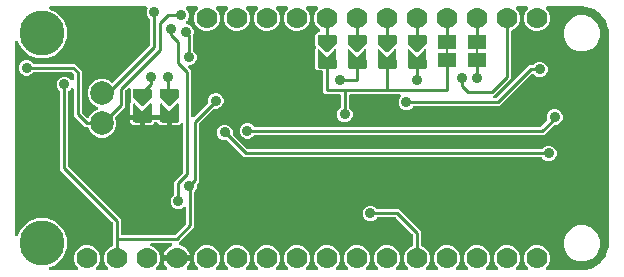
<source format=gbr>
G04 EAGLE Gerber RS-274X export*
G75*
%MOMM*%
%FSLAX34Y34*%
%LPD*%
%INBottom Copper*%
%IPPOS*%
%AMOC8*
5,1,8,0,0,1.08239X$1,22.5*%
G01*
%ADD10C,3.810000*%
%ADD11C,1.778000*%
%ADD12R,1.600200X1.168400*%
%ADD13R,0.203200X0.635000*%
%ADD14C,0.381000*%
%ADD15C,2.000000*%
%ADD16C,0.906400*%
%ADD17C,0.254000*%
%ADD18C,0.406400*%

G36*
X130116Y2552D02*
X130116Y2552D01*
X130217Y2554D01*
X130289Y2572D01*
X130363Y2581D01*
X130457Y2615D01*
X130555Y2639D01*
X130621Y2673D01*
X130691Y2698D01*
X130775Y2753D01*
X130864Y2799D01*
X130921Y2847D01*
X130983Y2887D01*
X131053Y2959D01*
X131130Y3025D01*
X131174Y3084D01*
X131226Y3138D01*
X131277Y3224D01*
X131337Y3305D01*
X131366Y3373D01*
X131405Y3437D01*
X131435Y3533D01*
X131475Y3625D01*
X131488Y3698D01*
X131511Y3769D01*
X131519Y3869D01*
X131537Y3968D01*
X131533Y4042D01*
X131539Y4116D01*
X131524Y4215D01*
X131519Y4316D01*
X131498Y4387D01*
X131487Y4461D01*
X131450Y4554D01*
X131422Y4651D01*
X131386Y4716D01*
X131358Y4785D01*
X131301Y4867D01*
X131252Y4955D01*
X131187Y5031D01*
X131159Y5071D01*
X131133Y5095D01*
X131093Y5141D01*
X130981Y5253D01*
X129924Y6709D01*
X129107Y8312D01*
X128551Y10023D01*
X128523Y10201D01*
X138724Y10201D01*
X138750Y10204D01*
X138776Y10202D01*
X138923Y10224D01*
X139070Y10241D01*
X139095Y10249D01*
X139121Y10253D01*
X139258Y10308D01*
X139398Y10358D01*
X139420Y10372D01*
X139445Y10382D01*
X139566Y10467D01*
X139691Y10547D01*
X139703Y10560D01*
X139750Y10515D01*
X139773Y10501D01*
X139792Y10484D01*
X139922Y10412D01*
X140049Y10336D01*
X140074Y10328D01*
X140097Y10315D01*
X140240Y10275D01*
X140381Y10230D01*
X140407Y10227D01*
X140432Y10220D01*
X140676Y10201D01*
X150877Y10201D01*
X150849Y10023D01*
X150293Y8312D01*
X149476Y6709D01*
X148419Y5253D01*
X148307Y5141D01*
X148244Y5063D01*
X148174Y4990D01*
X148136Y4926D01*
X148090Y4868D01*
X148047Y4777D01*
X147995Y4691D01*
X147973Y4620D01*
X147941Y4553D01*
X147920Y4455D01*
X147889Y4359D01*
X147883Y4285D01*
X147868Y4212D01*
X147869Y4112D01*
X147861Y4012D01*
X147872Y3938D01*
X147874Y3864D01*
X147898Y3767D01*
X147913Y3667D01*
X147940Y3598D01*
X147959Y3526D01*
X148005Y3437D01*
X148042Y3343D01*
X148084Y3282D01*
X148118Y3216D01*
X148183Y3140D01*
X148241Y3057D01*
X148296Y3007D01*
X148344Y2951D01*
X148425Y2891D01*
X148499Y2824D01*
X148564Y2788D01*
X148624Y2744D01*
X148716Y2704D01*
X148804Y2655D01*
X148876Y2635D01*
X148944Y2605D01*
X149043Y2588D01*
X149140Y2560D01*
X149240Y2552D01*
X149287Y2544D01*
X149323Y2546D01*
X149384Y2541D01*
X156135Y2541D01*
X156235Y2552D01*
X156335Y2554D01*
X156407Y2572D01*
X156481Y2581D01*
X156575Y2614D01*
X156673Y2639D01*
X156739Y2673D01*
X156809Y2698D01*
X156893Y2753D01*
X156983Y2799D01*
X157039Y2847D01*
X157102Y2887D01*
X157172Y2959D01*
X157248Y3024D01*
X157292Y3084D01*
X157344Y3138D01*
X157396Y3224D01*
X157455Y3305D01*
X157485Y3373D01*
X157523Y3437D01*
X157554Y3533D01*
X157593Y3625D01*
X157606Y3698D01*
X157629Y3769D01*
X157637Y3869D01*
X157655Y3968D01*
X157651Y4042D01*
X157657Y4116D01*
X157642Y4216D01*
X157637Y4316D01*
X157616Y4387D01*
X157605Y4461D01*
X157568Y4554D01*
X157541Y4651D01*
X157504Y4716D01*
X157477Y4785D01*
X157419Y4867D01*
X157370Y4955D01*
X157305Y5031D01*
X157278Y5071D01*
X157251Y5095D01*
X157212Y5141D01*
X155840Y6513D01*
X154177Y10527D01*
X154177Y14873D01*
X155840Y18887D01*
X158913Y21960D01*
X162927Y23623D01*
X167273Y23623D01*
X171287Y21960D01*
X174360Y18887D01*
X176023Y14873D01*
X176023Y10527D01*
X174360Y6513D01*
X172988Y5141D01*
X172926Y5062D01*
X172856Y4990D01*
X172818Y4926D01*
X172772Y4868D01*
X172729Y4777D01*
X172677Y4691D01*
X172654Y4620D01*
X172623Y4553D01*
X172601Y4455D01*
X172571Y4359D01*
X172565Y4285D01*
X172549Y4212D01*
X172551Y4112D01*
X172543Y4012D01*
X172554Y3938D01*
X172555Y3864D01*
X172580Y3767D01*
X172595Y3667D01*
X172622Y3598D01*
X172640Y3526D01*
X172686Y3437D01*
X172723Y3343D01*
X172766Y3282D01*
X172800Y3216D01*
X172865Y3140D01*
X172922Y3057D01*
X172977Y3007D01*
X173026Y2951D01*
X173106Y2891D01*
X173181Y2824D01*
X173246Y2788D01*
X173306Y2743D01*
X173398Y2704D01*
X173486Y2655D01*
X173558Y2635D01*
X173626Y2605D01*
X173725Y2588D01*
X173821Y2560D01*
X173921Y2552D01*
X173969Y2544D01*
X174005Y2546D01*
X174065Y2541D01*
X181535Y2541D01*
X181635Y2552D01*
X181735Y2554D01*
X181807Y2572D01*
X181881Y2581D01*
X181975Y2614D01*
X182073Y2639D01*
X182139Y2673D01*
X182209Y2698D01*
X182293Y2753D01*
X182383Y2799D01*
X182439Y2847D01*
X182502Y2887D01*
X182572Y2959D01*
X182648Y3024D01*
X182692Y3084D01*
X182744Y3138D01*
X182796Y3224D01*
X182855Y3305D01*
X182885Y3373D01*
X182923Y3437D01*
X182954Y3533D01*
X182993Y3625D01*
X183006Y3698D01*
X183029Y3769D01*
X183037Y3869D01*
X183055Y3968D01*
X183051Y4042D01*
X183057Y4116D01*
X183042Y4216D01*
X183037Y4316D01*
X183016Y4387D01*
X183005Y4461D01*
X182968Y4554D01*
X182941Y4651D01*
X182904Y4716D01*
X182877Y4785D01*
X182819Y4867D01*
X182770Y4955D01*
X182705Y5031D01*
X182678Y5071D01*
X182651Y5095D01*
X182612Y5141D01*
X181240Y6513D01*
X179577Y10527D01*
X179577Y14873D01*
X181240Y18887D01*
X184313Y21960D01*
X188327Y23623D01*
X192673Y23623D01*
X196687Y21960D01*
X199760Y18887D01*
X201423Y14873D01*
X201423Y10527D01*
X199760Y6513D01*
X198388Y5141D01*
X198326Y5062D01*
X198256Y4990D01*
X198218Y4926D01*
X198172Y4868D01*
X198129Y4777D01*
X198077Y4691D01*
X198054Y4620D01*
X198023Y4553D01*
X198001Y4455D01*
X197971Y4359D01*
X197965Y4285D01*
X197949Y4212D01*
X197951Y4112D01*
X197943Y4012D01*
X197954Y3938D01*
X197955Y3864D01*
X197980Y3767D01*
X197995Y3667D01*
X198022Y3598D01*
X198040Y3526D01*
X198086Y3437D01*
X198123Y3343D01*
X198166Y3282D01*
X198200Y3216D01*
X198265Y3140D01*
X198322Y3057D01*
X198377Y3007D01*
X198426Y2951D01*
X198506Y2891D01*
X198581Y2824D01*
X198646Y2788D01*
X198706Y2743D01*
X198798Y2704D01*
X198886Y2655D01*
X198958Y2635D01*
X199026Y2605D01*
X199125Y2588D01*
X199221Y2560D01*
X199321Y2552D01*
X199369Y2544D01*
X199405Y2546D01*
X199465Y2541D01*
X206935Y2541D01*
X207035Y2552D01*
X207135Y2554D01*
X207207Y2572D01*
X207281Y2581D01*
X207375Y2614D01*
X207473Y2639D01*
X207539Y2673D01*
X207609Y2698D01*
X207693Y2753D01*
X207783Y2799D01*
X207839Y2847D01*
X207902Y2887D01*
X207972Y2959D01*
X208048Y3024D01*
X208092Y3084D01*
X208144Y3138D01*
X208196Y3224D01*
X208255Y3305D01*
X208285Y3373D01*
X208323Y3437D01*
X208354Y3533D01*
X208393Y3625D01*
X208406Y3698D01*
X208429Y3769D01*
X208437Y3869D01*
X208455Y3968D01*
X208451Y4042D01*
X208457Y4116D01*
X208442Y4216D01*
X208437Y4316D01*
X208416Y4387D01*
X208405Y4461D01*
X208368Y4554D01*
X208341Y4651D01*
X208304Y4716D01*
X208277Y4785D01*
X208219Y4867D01*
X208170Y4955D01*
X208105Y5031D01*
X208078Y5071D01*
X208051Y5095D01*
X208012Y5141D01*
X206640Y6513D01*
X204977Y10527D01*
X204977Y14873D01*
X206640Y18887D01*
X209713Y21960D01*
X213727Y23623D01*
X218073Y23623D01*
X222087Y21960D01*
X225160Y18887D01*
X226823Y14873D01*
X226823Y10527D01*
X225160Y6513D01*
X223788Y5141D01*
X223726Y5062D01*
X223656Y4990D01*
X223618Y4926D01*
X223572Y4868D01*
X223529Y4777D01*
X223477Y4691D01*
X223454Y4620D01*
X223423Y4553D01*
X223401Y4455D01*
X223371Y4359D01*
X223365Y4285D01*
X223349Y4212D01*
X223351Y4112D01*
X223343Y4012D01*
X223354Y3938D01*
X223355Y3864D01*
X223380Y3767D01*
X223395Y3667D01*
X223422Y3598D01*
X223440Y3526D01*
X223486Y3437D01*
X223523Y3343D01*
X223566Y3282D01*
X223600Y3216D01*
X223665Y3140D01*
X223722Y3057D01*
X223777Y3007D01*
X223826Y2951D01*
X223906Y2891D01*
X223981Y2824D01*
X224046Y2788D01*
X224106Y2743D01*
X224198Y2704D01*
X224286Y2655D01*
X224358Y2635D01*
X224426Y2605D01*
X224525Y2588D01*
X224621Y2560D01*
X224721Y2552D01*
X224769Y2544D01*
X224805Y2546D01*
X224865Y2541D01*
X232335Y2541D01*
X232435Y2552D01*
X232535Y2554D01*
X232607Y2572D01*
X232681Y2581D01*
X232775Y2614D01*
X232873Y2639D01*
X232939Y2673D01*
X233009Y2698D01*
X233093Y2753D01*
X233183Y2799D01*
X233239Y2847D01*
X233302Y2887D01*
X233372Y2959D01*
X233448Y3024D01*
X233492Y3084D01*
X233544Y3138D01*
X233596Y3224D01*
X233655Y3305D01*
X233685Y3373D01*
X233723Y3437D01*
X233754Y3533D01*
X233793Y3625D01*
X233806Y3698D01*
X233829Y3769D01*
X233837Y3869D01*
X233855Y3968D01*
X233851Y4042D01*
X233857Y4116D01*
X233842Y4216D01*
X233837Y4316D01*
X233816Y4387D01*
X233805Y4461D01*
X233768Y4554D01*
X233741Y4651D01*
X233704Y4716D01*
X233677Y4785D01*
X233619Y4867D01*
X233570Y4955D01*
X233505Y5031D01*
X233478Y5071D01*
X233451Y5095D01*
X233412Y5141D01*
X232040Y6513D01*
X230377Y10527D01*
X230377Y14873D01*
X232040Y18887D01*
X235113Y21960D01*
X239127Y23623D01*
X243473Y23623D01*
X247487Y21960D01*
X250560Y18887D01*
X252223Y14873D01*
X252223Y10527D01*
X250560Y6513D01*
X249188Y5141D01*
X249126Y5062D01*
X249056Y4990D01*
X249018Y4926D01*
X248972Y4868D01*
X248929Y4777D01*
X248877Y4691D01*
X248854Y4620D01*
X248823Y4553D01*
X248801Y4455D01*
X248771Y4359D01*
X248765Y4285D01*
X248749Y4212D01*
X248751Y4112D01*
X248743Y4012D01*
X248754Y3938D01*
X248755Y3864D01*
X248780Y3767D01*
X248795Y3667D01*
X248822Y3598D01*
X248840Y3526D01*
X248886Y3437D01*
X248923Y3343D01*
X248966Y3282D01*
X249000Y3216D01*
X249065Y3140D01*
X249122Y3057D01*
X249177Y3007D01*
X249226Y2951D01*
X249306Y2891D01*
X249381Y2824D01*
X249446Y2788D01*
X249506Y2743D01*
X249598Y2704D01*
X249686Y2655D01*
X249758Y2635D01*
X249826Y2605D01*
X249925Y2588D01*
X250021Y2560D01*
X250121Y2552D01*
X250169Y2544D01*
X250205Y2546D01*
X250265Y2541D01*
X257735Y2541D01*
X257835Y2552D01*
X257935Y2554D01*
X258007Y2572D01*
X258081Y2581D01*
X258175Y2614D01*
X258273Y2639D01*
X258339Y2673D01*
X258409Y2698D01*
X258493Y2753D01*
X258583Y2799D01*
X258639Y2847D01*
X258702Y2887D01*
X258772Y2959D01*
X258848Y3024D01*
X258892Y3084D01*
X258944Y3138D01*
X258996Y3224D01*
X259055Y3305D01*
X259085Y3373D01*
X259123Y3437D01*
X259154Y3533D01*
X259193Y3625D01*
X259206Y3698D01*
X259229Y3769D01*
X259237Y3869D01*
X259255Y3968D01*
X259251Y4042D01*
X259257Y4116D01*
X259242Y4216D01*
X259237Y4316D01*
X259216Y4387D01*
X259205Y4461D01*
X259168Y4554D01*
X259141Y4651D01*
X259104Y4716D01*
X259077Y4785D01*
X259019Y4867D01*
X258970Y4955D01*
X258905Y5031D01*
X258878Y5071D01*
X258851Y5095D01*
X258812Y5141D01*
X257440Y6513D01*
X255777Y10527D01*
X255777Y14873D01*
X257440Y18887D01*
X260513Y21960D01*
X264527Y23623D01*
X268873Y23623D01*
X272887Y21960D01*
X275960Y18887D01*
X277623Y14873D01*
X277623Y10527D01*
X275960Y6513D01*
X274588Y5141D01*
X274526Y5062D01*
X274456Y4990D01*
X274418Y4926D01*
X274372Y4868D01*
X274329Y4777D01*
X274277Y4691D01*
X274254Y4620D01*
X274223Y4553D01*
X274201Y4455D01*
X274171Y4359D01*
X274165Y4285D01*
X274149Y4212D01*
X274151Y4112D01*
X274143Y4012D01*
X274154Y3938D01*
X274155Y3864D01*
X274180Y3767D01*
X274195Y3667D01*
X274222Y3598D01*
X274240Y3526D01*
X274286Y3437D01*
X274323Y3343D01*
X274366Y3282D01*
X274400Y3216D01*
X274465Y3140D01*
X274522Y3057D01*
X274577Y3007D01*
X274626Y2951D01*
X274706Y2891D01*
X274781Y2824D01*
X274846Y2788D01*
X274906Y2743D01*
X274998Y2704D01*
X275086Y2655D01*
X275158Y2635D01*
X275226Y2605D01*
X275325Y2588D01*
X275421Y2560D01*
X275521Y2552D01*
X275569Y2544D01*
X275605Y2546D01*
X275665Y2541D01*
X283135Y2541D01*
X283235Y2552D01*
X283335Y2554D01*
X283407Y2572D01*
X283481Y2581D01*
X283575Y2614D01*
X283673Y2639D01*
X283739Y2673D01*
X283809Y2698D01*
X283893Y2753D01*
X283983Y2799D01*
X284039Y2847D01*
X284102Y2887D01*
X284172Y2959D01*
X284248Y3024D01*
X284292Y3084D01*
X284344Y3138D01*
X284396Y3224D01*
X284455Y3305D01*
X284485Y3373D01*
X284523Y3437D01*
X284554Y3533D01*
X284593Y3625D01*
X284606Y3698D01*
X284629Y3769D01*
X284637Y3869D01*
X284655Y3968D01*
X284651Y4042D01*
X284657Y4116D01*
X284642Y4216D01*
X284637Y4316D01*
X284616Y4387D01*
X284605Y4461D01*
X284568Y4554D01*
X284541Y4651D01*
X284504Y4716D01*
X284477Y4785D01*
X284419Y4867D01*
X284370Y4955D01*
X284305Y5031D01*
X284278Y5071D01*
X284251Y5095D01*
X284212Y5141D01*
X282840Y6513D01*
X281177Y10527D01*
X281177Y14873D01*
X282840Y18887D01*
X285913Y21960D01*
X289927Y23623D01*
X294273Y23623D01*
X298287Y21960D01*
X301360Y18887D01*
X303023Y14873D01*
X303023Y10527D01*
X301360Y6513D01*
X299988Y5141D01*
X299926Y5062D01*
X299856Y4990D01*
X299818Y4926D01*
X299772Y4868D01*
X299729Y4777D01*
X299677Y4691D01*
X299654Y4620D01*
X299623Y4553D01*
X299601Y4455D01*
X299571Y4359D01*
X299565Y4285D01*
X299549Y4212D01*
X299551Y4112D01*
X299543Y4012D01*
X299554Y3938D01*
X299555Y3864D01*
X299580Y3767D01*
X299595Y3667D01*
X299622Y3598D01*
X299640Y3526D01*
X299686Y3437D01*
X299723Y3343D01*
X299766Y3282D01*
X299800Y3216D01*
X299865Y3140D01*
X299922Y3057D01*
X299977Y3007D01*
X300026Y2951D01*
X300106Y2891D01*
X300181Y2824D01*
X300246Y2788D01*
X300306Y2743D01*
X300398Y2704D01*
X300486Y2655D01*
X300558Y2635D01*
X300626Y2605D01*
X300725Y2588D01*
X300821Y2560D01*
X300921Y2552D01*
X300969Y2544D01*
X301005Y2546D01*
X301065Y2541D01*
X308535Y2541D01*
X308635Y2552D01*
X308735Y2554D01*
X308807Y2572D01*
X308881Y2581D01*
X308975Y2614D01*
X309073Y2639D01*
X309139Y2673D01*
X309209Y2698D01*
X309293Y2753D01*
X309383Y2799D01*
X309439Y2847D01*
X309502Y2887D01*
X309572Y2959D01*
X309648Y3024D01*
X309692Y3084D01*
X309744Y3138D01*
X309796Y3224D01*
X309855Y3305D01*
X309885Y3373D01*
X309923Y3437D01*
X309954Y3533D01*
X309993Y3625D01*
X310006Y3698D01*
X310029Y3769D01*
X310037Y3869D01*
X310055Y3968D01*
X310051Y4042D01*
X310057Y4116D01*
X310042Y4216D01*
X310037Y4316D01*
X310016Y4387D01*
X310005Y4461D01*
X309968Y4554D01*
X309941Y4651D01*
X309904Y4716D01*
X309877Y4785D01*
X309819Y4867D01*
X309770Y4955D01*
X309705Y5031D01*
X309678Y5071D01*
X309651Y5095D01*
X309612Y5141D01*
X308240Y6513D01*
X306577Y10527D01*
X306577Y14873D01*
X308240Y18887D01*
X311313Y21960D01*
X315327Y23623D01*
X319673Y23623D01*
X323687Y21960D01*
X326760Y18887D01*
X328423Y14873D01*
X328423Y10527D01*
X326760Y6513D01*
X325388Y5141D01*
X325326Y5062D01*
X325256Y4990D01*
X325218Y4926D01*
X325172Y4868D01*
X325129Y4777D01*
X325077Y4691D01*
X325054Y4620D01*
X325023Y4553D01*
X325001Y4455D01*
X324971Y4359D01*
X324965Y4285D01*
X324949Y4212D01*
X324951Y4112D01*
X324943Y4012D01*
X324954Y3938D01*
X324955Y3864D01*
X324980Y3767D01*
X324995Y3667D01*
X325022Y3598D01*
X325040Y3526D01*
X325086Y3437D01*
X325123Y3343D01*
X325166Y3282D01*
X325200Y3216D01*
X325265Y3140D01*
X325322Y3057D01*
X325377Y3007D01*
X325426Y2951D01*
X325506Y2891D01*
X325581Y2824D01*
X325646Y2788D01*
X325706Y2743D01*
X325798Y2704D01*
X325886Y2655D01*
X325958Y2635D01*
X326026Y2605D01*
X326125Y2588D01*
X326221Y2560D01*
X326321Y2552D01*
X326369Y2544D01*
X326405Y2546D01*
X326465Y2541D01*
X333935Y2541D01*
X334035Y2552D01*
X334135Y2554D01*
X334207Y2572D01*
X334281Y2581D01*
X334375Y2614D01*
X334473Y2639D01*
X334539Y2673D01*
X334609Y2698D01*
X334693Y2753D01*
X334783Y2799D01*
X334839Y2847D01*
X334902Y2887D01*
X334972Y2959D01*
X335048Y3024D01*
X335092Y3084D01*
X335144Y3138D01*
X335196Y3224D01*
X335255Y3305D01*
X335285Y3373D01*
X335323Y3437D01*
X335354Y3533D01*
X335393Y3625D01*
X335406Y3698D01*
X335429Y3769D01*
X335437Y3869D01*
X335455Y3968D01*
X335451Y4042D01*
X335457Y4116D01*
X335442Y4216D01*
X335437Y4316D01*
X335416Y4387D01*
X335405Y4461D01*
X335368Y4554D01*
X335341Y4651D01*
X335304Y4716D01*
X335277Y4785D01*
X335219Y4867D01*
X335170Y4955D01*
X335105Y5031D01*
X335078Y5071D01*
X335051Y5095D01*
X335012Y5141D01*
X333640Y6513D01*
X331977Y10527D01*
X331977Y14873D01*
X333640Y18887D01*
X336713Y21960D01*
X338657Y22765D01*
X338724Y22802D01*
X338795Y22831D01*
X338875Y22887D01*
X338962Y22934D01*
X339018Y22986D01*
X339081Y23029D01*
X339147Y23102D01*
X339220Y23169D01*
X339263Y23232D01*
X339314Y23288D01*
X339362Y23374D01*
X339418Y23455D01*
X339446Y23526D01*
X339483Y23593D01*
X339510Y23688D01*
X339546Y23780D01*
X339557Y23855D01*
X339578Y23929D01*
X339590Y24078D01*
X339597Y24124D01*
X339595Y24143D01*
X339597Y24172D01*
X339597Y32291D01*
X339583Y32417D01*
X339576Y32543D01*
X339563Y32589D01*
X339557Y32637D01*
X339515Y32756D01*
X339480Y32878D01*
X339456Y32920D01*
X339440Y32965D01*
X339371Y33072D01*
X339310Y33182D01*
X339270Y33228D01*
X339251Y33258D01*
X339216Y33292D01*
X339151Y33368D01*
X325468Y47051D01*
X325369Y47130D01*
X325275Y47214D01*
X325233Y47238D01*
X325195Y47268D01*
X325081Y47322D01*
X324970Y47383D01*
X324924Y47396D01*
X324880Y47417D01*
X324757Y47443D01*
X324635Y47478D01*
X324574Y47483D01*
X324539Y47490D01*
X324491Y47489D01*
X324391Y47497D01*
X310142Y47497D01*
X310017Y47483D01*
X309890Y47476D01*
X309844Y47463D01*
X309796Y47457D01*
X309677Y47415D01*
X309556Y47380D01*
X309513Y47356D01*
X309468Y47340D01*
X309362Y47271D01*
X309251Y47210D01*
X309205Y47170D01*
X309175Y47151D01*
X309142Y47116D01*
X309065Y47051D01*
X307249Y45235D01*
X304836Y44235D01*
X302224Y44235D01*
X299811Y45235D01*
X297965Y47081D01*
X296965Y49494D01*
X296965Y52106D01*
X297965Y54519D01*
X299811Y56365D01*
X302224Y57365D01*
X304836Y57365D01*
X307249Y56365D01*
X309065Y54549D01*
X309164Y54470D01*
X309258Y54386D01*
X309300Y54362D01*
X309338Y54332D01*
X309452Y54278D01*
X309563Y54217D01*
X309610Y54204D01*
X309653Y54183D01*
X309777Y54157D01*
X309898Y54122D01*
X309959Y54117D01*
X309994Y54110D01*
X310042Y54111D01*
X310142Y54103D01*
X327758Y54103D01*
X346203Y35658D01*
X346203Y24172D01*
X346211Y24097D01*
X346210Y24020D01*
X346231Y23924D01*
X346243Y23826D01*
X346268Y23754D01*
X346285Y23680D01*
X346327Y23591D01*
X346360Y23498D01*
X346402Y23434D01*
X346434Y23365D01*
X346496Y23288D01*
X346549Y23205D01*
X346604Y23152D01*
X346652Y23092D01*
X346729Y23032D01*
X346800Y22963D01*
X346865Y22924D01*
X346925Y22877D01*
X347059Y22808D01*
X347099Y22784D01*
X347117Y22779D01*
X347143Y22765D01*
X349087Y21960D01*
X352160Y18887D01*
X353823Y14873D01*
X353823Y10527D01*
X352160Y6513D01*
X350788Y5141D01*
X350726Y5062D01*
X350656Y4990D01*
X350618Y4926D01*
X350572Y4868D01*
X350529Y4777D01*
X350477Y4691D01*
X350454Y4620D01*
X350423Y4553D01*
X350401Y4455D01*
X350371Y4359D01*
X350365Y4285D01*
X350349Y4212D01*
X350351Y4112D01*
X350343Y4012D01*
X350354Y3938D01*
X350355Y3864D01*
X350380Y3767D01*
X350395Y3667D01*
X350422Y3598D01*
X350440Y3526D01*
X350486Y3437D01*
X350523Y3343D01*
X350566Y3282D01*
X350600Y3216D01*
X350665Y3140D01*
X350722Y3057D01*
X350777Y3007D01*
X350826Y2951D01*
X350906Y2891D01*
X350981Y2824D01*
X351046Y2788D01*
X351106Y2743D01*
X351198Y2704D01*
X351286Y2655D01*
X351358Y2635D01*
X351426Y2605D01*
X351525Y2588D01*
X351621Y2560D01*
X351721Y2552D01*
X351769Y2544D01*
X351805Y2546D01*
X351865Y2541D01*
X359335Y2541D01*
X359435Y2552D01*
X359535Y2554D01*
X359607Y2572D01*
X359681Y2581D01*
X359775Y2614D01*
X359873Y2639D01*
X359939Y2673D01*
X360009Y2698D01*
X360093Y2753D01*
X360183Y2799D01*
X360239Y2847D01*
X360302Y2887D01*
X360372Y2959D01*
X360448Y3024D01*
X360492Y3084D01*
X360544Y3138D01*
X360596Y3224D01*
X360655Y3305D01*
X360685Y3373D01*
X360723Y3437D01*
X360754Y3533D01*
X360793Y3625D01*
X360806Y3698D01*
X360829Y3769D01*
X360837Y3869D01*
X360855Y3968D01*
X360851Y4042D01*
X360857Y4116D01*
X360842Y4216D01*
X360837Y4316D01*
X360816Y4387D01*
X360805Y4461D01*
X360768Y4554D01*
X360741Y4651D01*
X360704Y4716D01*
X360677Y4785D01*
X360619Y4867D01*
X360570Y4955D01*
X360505Y5031D01*
X360478Y5071D01*
X360451Y5095D01*
X360412Y5141D01*
X359040Y6513D01*
X357377Y10527D01*
X357377Y14873D01*
X359040Y18887D01*
X362113Y21960D01*
X366127Y23623D01*
X370473Y23623D01*
X374487Y21960D01*
X377560Y18887D01*
X379223Y14873D01*
X379223Y10527D01*
X377560Y6513D01*
X376188Y5141D01*
X376126Y5062D01*
X376056Y4990D01*
X376018Y4926D01*
X375972Y4868D01*
X375929Y4777D01*
X375877Y4691D01*
X375854Y4620D01*
X375823Y4553D01*
X375801Y4455D01*
X375771Y4359D01*
X375765Y4285D01*
X375749Y4212D01*
X375751Y4112D01*
X375743Y4012D01*
X375754Y3938D01*
X375755Y3864D01*
X375780Y3767D01*
X375795Y3667D01*
X375822Y3598D01*
X375840Y3526D01*
X375886Y3437D01*
X375923Y3343D01*
X375966Y3282D01*
X376000Y3216D01*
X376065Y3140D01*
X376122Y3057D01*
X376177Y3007D01*
X376226Y2951D01*
X376306Y2891D01*
X376381Y2824D01*
X376446Y2788D01*
X376506Y2743D01*
X376598Y2704D01*
X376686Y2655D01*
X376758Y2635D01*
X376826Y2605D01*
X376925Y2588D01*
X377021Y2560D01*
X377121Y2552D01*
X377169Y2544D01*
X377205Y2546D01*
X377265Y2541D01*
X384735Y2541D01*
X384835Y2552D01*
X384935Y2554D01*
X385007Y2572D01*
X385081Y2581D01*
X385175Y2614D01*
X385273Y2639D01*
X385339Y2673D01*
X385409Y2698D01*
X385493Y2753D01*
X385583Y2799D01*
X385639Y2847D01*
X385702Y2887D01*
X385772Y2959D01*
X385848Y3024D01*
X385892Y3084D01*
X385944Y3138D01*
X385996Y3224D01*
X386055Y3305D01*
X386085Y3373D01*
X386123Y3437D01*
X386154Y3533D01*
X386193Y3625D01*
X386206Y3698D01*
X386229Y3769D01*
X386237Y3869D01*
X386255Y3968D01*
X386251Y4042D01*
X386257Y4116D01*
X386242Y4216D01*
X386237Y4316D01*
X386216Y4387D01*
X386205Y4461D01*
X386168Y4554D01*
X386141Y4651D01*
X386104Y4716D01*
X386077Y4785D01*
X386019Y4867D01*
X385970Y4955D01*
X385905Y5031D01*
X385878Y5071D01*
X385851Y5095D01*
X385812Y5141D01*
X384440Y6513D01*
X382777Y10527D01*
X382777Y14873D01*
X384440Y18887D01*
X387513Y21960D01*
X391527Y23623D01*
X395873Y23623D01*
X399887Y21960D01*
X402960Y18887D01*
X404623Y14873D01*
X404623Y10527D01*
X402960Y6513D01*
X401588Y5141D01*
X401526Y5062D01*
X401456Y4990D01*
X401418Y4926D01*
X401372Y4868D01*
X401329Y4777D01*
X401277Y4691D01*
X401254Y4620D01*
X401223Y4553D01*
X401201Y4455D01*
X401171Y4359D01*
X401165Y4285D01*
X401149Y4212D01*
X401151Y4112D01*
X401143Y4012D01*
X401154Y3938D01*
X401155Y3864D01*
X401180Y3767D01*
X401195Y3667D01*
X401222Y3598D01*
X401240Y3526D01*
X401286Y3437D01*
X401323Y3343D01*
X401366Y3282D01*
X401400Y3216D01*
X401465Y3140D01*
X401522Y3057D01*
X401577Y3007D01*
X401626Y2951D01*
X401706Y2891D01*
X401781Y2824D01*
X401846Y2788D01*
X401906Y2743D01*
X401998Y2704D01*
X402086Y2655D01*
X402158Y2635D01*
X402226Y2605D01*
X402325Y2588D01*
X402421Y2560D01*
X402521Y2552D01*
X402569Y2544D01*
X402605Y2546D01*
X402665Y2541D01*
X410135Y2541D01*
X410235Y2552D01*
X410335Y2554D01*
X410407Y2572D01*
X410481Y2581D01*
X410575Y2614D01*
X410673Y2639D01*
X410739Y2673D01*
X410809Y2698D01*
X410893Y2753D01*
X410983Y2799D01*
X411039Y2847D01*
X411102Y2887D01*
X411172Y2959D01*
X411248Y3024D01*
X411292Y3084D01*
X411344Y3138D01*
X411396Y3224D01*
X411455Y3305D01*
X411485Y3373D01*
X411523Y3437D01*
X411554Y3533D01*
X411593Y3625D01*
X411606Y3698D01*
X411629Y3769D01*
X411637Y3869D01*
X411655Y3968D01*
X411651Y4042D01*
X411657Y4116D01*
X411642Y4216D01*
X411637Y4316D01*
X411616Y4387D01*
X411605Y4461D01*
X411568Y4554D01*
X411541Y4651D01*
X411504Y4716D01*
X411477Y4785D01*
X411419Y4867D01*
X411370Y4955D01*
X411305Y5031D01*
X411278Y5071D01*
X411251Y5095D01*
X411212Y5141D01*
X409840Y6513D01*
X408177Y10527D01*
X408177Y14873D01*
X409840Y18887D01*
X412913Y21960D01*
X416927Y23623D01*
X421273Y23623D01*
X425287Y21960D01*
X428360Y18887D01*
X430023Y14873D01*
X430023Y10527D01*
X428360Y6513D01*
X426988Y5141D01*
X426926Y5062D01*
X426856Y4990D01*
X426818Y4926D01*
X426772Y4868D01*
X426729Y4777D01*
X426677Y4691D01*
X426654Y4620D01*
X426623Y4553D01*
X426601Y4455D01*
X426571Y4359D01*
X426565Y4285D01*
X426549Y4212D01*
X426551Y4112D01*
X426543Y4012D01*
X426554Y3938D01*
X426555Y3864D01*
X426580Y3767D01*
X426595Y3667D01*
X426622Y3598D01*
X426640Y3526D01*
X426686Y3437D01*
X426723Y3343D01*
X426766Y3282D01*
X426800Y3216D01*
X426865Y3140D01*
X426922Y3057D01*
X426977Y3007D01*
X427026Y2951D01*
X427106Y2891D01*
X427181Y2824D01*
X427246Y2788D01*
X427306Y2743D01*
X427398Y2704D01*
X427486Y2655D01*
X427558Y2635D01*
X427626Y2605D01*
X427725Y2588D01*
X427821Y2560D01*
X427921Y2552D01*
X427969Y2544D01*
X428005Y2546D01*
X428065Y2541D01*
X435535Y2541D01*
X435635Y2552D01*
X435735Y2554D01*
X435807Y2572D01*
X435881Y2581D01*
X435975Y2614D01*
X436073Y2639D01*
X436139Y2673D01*
X436209Y2698D01*
X436293Y2753D01*
X436383Y2799D01*
X436439Y2847D01*
X436502Y2887D01*
X436572Y2959D01*
X436648Y3024D01*
X436692Y3084D01*
X436744Y3138D01*
X436796Y3224D01*
X436855Y3305D01*
X436885Y3373D01*
X436923Y3437D01*
X436954Y3533D01*
X436993Y3625D01*
X437006Y3698D01*
X437029Y3769D01*
X437037Y3869D01*
X437055Y3968D01*
X437051Y4042D01*
X437057Y4116D01*
X437042Y4216D01*
X437037Y4316D01*
X437016Y4387D01*
X437005Y4461D01*
X436968Y4554D01*
X436941Y4651D01*
X436904Y4716D01*
X436877Y4785D01*
X436819Y4867D01*
X436770Y4955D01*
X436705Y5031D01*
X436678Y5071D01*
X436651Y5095D01*
X436612Y5141D01*
X435240Y6513D01*
X433577Y10527D01*
X433577Y14873D01*
X435240Y18887D01*
X438313Y21960D01*
X442327Y23623D01*
X446673Y23623D01*
X450687Y21960D01*
X453760Y18887D01*
X455423Y14873D01*
X455423Y10527D01*
X453760Y6513D01*
X452388Y5141D01*
X452326Y5062D01*
X452256Y4990D01*
X452218Y4926D01*
X452172Y4868D01*
X452129Y4777D01*
X452077Y4691D01*
X452054Y4620D01*
X452023Y4553D01*
X452001Y4455D01*
X451971Y4359D01*
X451965Y4285D01*
X451949Y4212D01*
X451951Y4112D01*
X451943Y4012D01*
X451954Y3938D01*
X451955Y3864D01*
X451980Y3767D01*
X451995Y3667D01*
X452022Y3598D01*
X452040Y3526D01*
X452086Y3437D01*
X452123Y3343D01*
X452166Y3282D01*
X452200Y3216D01*
X452265Y3140D01*
X452322Y3057D01*
X452377Y3007D01*
X452426Y2951D01*
X452506Y2891D01*
X452581Y2824D01*
X452646Y2788D01*
X452706Y2743D01*
X452798Y2704D01*
X452886Y2655D01*
X452958Y2635D01*
X453026Y2605D01*
X453125Y2588D01*
X453221Y2560D01*
X453321Y2552D01*
X453369Y2544D01*
X453405Y2546D01*
X453465Y2541D01*
X482600Y2541D01*
X482642Y2546D01*
X482720Y2545D01*
X486057Y2808D01*
X486113Y2819D01*
X486170Y2821D01*
X486381Y2871D01*
X486399Y2875D01*
X486403Y2877D01*
X486408Y2878D01*
X492757Y4941D01*
X492863Y4989D01*
X492973Y5030D01*
X493037Y5069D01*
X493074Y5086D01*
X493109Y5113D01*
X493182Y5157D01*
X498582Y9081D01*
X498668Y9160D01*
X498760Y9232D01*
X498809Y9289D01*
X498839Y9317D01*
X498864Y9353D01*
X498919Y9418D01*
X502843Y14818D01*
X502900Y14920D01*
X502965Y15017D01*
X502994Y15086D01*
X503014Y15122D01*
X503027Y15165D01*
X503059Y15243D01*
X505122Y21592D01*
X505133Y21648D01*
X505153Y21701D01*
X505187Y21915D01*
X505191Y21933D01*
X505191Y21937D01*
X505192Y21943D01*
X505455Y25280D01*
X505453Y25323D01*
X505459Y25400D01*
X505459Y203200D01*
X505454Y203242D01*
X505455Y203320D01*
X505192Y206657D01*
X505181Y206713D01*
X505179Y206770D01*
X505129Y206981D01*
X505125Y206999D01*
X505123Y207003D01*
X505122Y207008D01*
X503059Y213357D01*
X503011Y213463D01*
X502970Y213573D01*
X502931Y213637D01*
X502914Y213674D01*
X502887Y213709D01*
X502843Y213782D01*
X498919Y219182D01*
X498840Y219268D01*
X498768Y219360D01*
X498711Y219409D01*
X498683Y219439D01*
X498647Y219464D01*
X498582Y219519D01*
X493182Y223443D01*
X493080Y223500D01*
X492983Y223565D01*
X492914Y223594D01*
X492878Y223614D01*
X492835Y223627D01*
X492757Y223659D01*
X486408Y225722D01*
X486352Y225733D01*
X486299Y225753D01*
X486085Y225787D01*
X486067Y225791D01*
X486063Y225791D01*
X486057Y225792D01*
X482720Y226055D01*
X482677Y226053D01*
X482600Y226059D01*
X453465Y226059D01*
X453365Y226048D01*
X453265Y226046D01*
X453193Y226028D01*
X453119Y226019D01*
X453025Y225986D01*
X452927Y225961D01*
X452861Y225927D01*
X452791Y225902D01*
X452707Y225847D01*
X452617Y225801D01*
X452561Y225753D01*
X452498Y225713D01*
X452428Y225641D01*
X452352Y225576D01*
X452308Y225516D01*
X452256Y225462D01*
X452204Y225376D01*
X452145Y225295D01*
X452115Y225227D01*
X452077Y225163D01*
X452046Y225067D01*
X452007Y224975D01*
X451994Y224902D01*
X451971Y224831D01*
X451963Y224731D01*
X451945Y224632D01*
X451949Y224558D01*
X451943Y224484D01*
X451958Y224384D01*
X451963Y224284D01*
X451984Y224213D01*
X451995Y224139D01*
X452032Y224046D01*
X452059Y223949D01*
X452096Y223884D01*
X452123Y223815D01*
X452181Y223733D01*
X452230Y223645D01*
X452295Y223569D01*
X452322Y223529D01*
X452349Y223505D01*
X452388Y223459D01*
X453760Y222087D01*
X455423Y218073D01*
X455423Y213727D01*
X453760Y209713D01*
X450687Y206640D01*
X446673Y204977D01*
X442327Y204977D01*
X438313Y206640D01*
X435240Y209713D01*
X433577Y213727D01*
X433577Y218073D01*
X435240Y222087D01*
X436612Y223459D01*
X436674Y223538D01*
X436744Y223610D01*
X436782Y223674D01*
X436828Y223732D01*
X436871Y223823D01*
X436923Y223909D01*
X436946Y223980D01*
X436977Y224047D01*
X436999Y224145D01*
X437029Y224241D01*
X437035Y224315D01*
X437051Y224388D01*
X437049Y224488D01*
X437057Y224588D01*
X437046Y224662D01*
X437045Y224736D01*
X437020Y224833D01*
X437005Y224933D01*
X436978Y225002D01*
X436960Y225074D01*
X436914Y225163D01*
X436877Y225257D01*
X436834Y225318D01*
X436800Y225384D01*
X436735Y225460D01*
X436678Y225543D01*
X436623Y225593D01*
X436574Y225649D01*
X436494Y225709D01*
X436419Y225776D01*
X436354Y225812D01*
X436294Y225857D01*
X436202Y225896D01*
X436114Y225945D01*
X436042Y225965D01*
X435974Y225995D01*
X435875Y226012D01*
X435779Y226040D01*
X435679Y226048D01*
X435631Y226056D01*
X435595Y226054D01*
X435535Y226059D01*
X428065Y226059D01*
X427965Y226048D01*
X427865Y226046D01*
X427793Y226028D01*
X427719Y226019D01*
X427625Y225986D01*
X427527Y225961D01*
X427461Y225927D01*
X427391Y225902D01*
X427307Y225847D01*
X427217Y225801D01*
X427161Y225753D01*
X427098Y225713D01*
X427028Y225641D01*
X426952Y225576D01*
X426908Y225516D01*
X426856Y225462D01*
X426804Y225376D01*
X426745Y225295D01*
X426715Y225227D01*
X426677Y225163D01*
X426646Y225067D01*
X426607Y224975D01*
X426594Y224902D01*
X426571Y224831D01*
X426563Y224731D01*
X426545Y224632D01*
X426549Y224558D01*
X426543Y224484D01*
X426558Y224384D01*
X426563Y224284D01*
X426584Y224213D01*
X426595Y224139D01*
X426632Y224046D01*
X426659Y223949D01*
X426696Y223884D01*
X426723Y223815D01*
X426781Y223733D01*
X426830Y223645D01*
X426895Y223569D01*
X426922Y223529D01*
X426949Y223505D01*
X426988Y223459D01*
X428360Y222087D01*
X430023Y218073D01*
X430023Y213727D01*
X428360Y209713D01*
X425287Y206640D01*
X423343Y205835D01*
X423276Y205798D01*
X423205Y205769D01*
X423125Y205713D01*
X423038Y205666D01*
X422982Y205614D01*
X422919Y205571D01*
X422853Y205498D01*
X422780Y205431D01*
X422737Y205368D01*
X422686Y205312D01*
X422638Y205226D01*
X422582Y205145D01*
X422554Y205074D01*
X422517Y205007D01*
X422490Y204912D01*
X422454Y204820D01*
X422443Y204745D01*
X422422Y204671D01*
X422410Y204522D01*
X422403Y204476D01*
X422405Y204457D01*
X422403Y204428D01*
X422403Y165002D01*
X410149Y152748D01*
X408084Y150683D01*
X408021Y150605D01*
X407952Y150532D01*
X407913Y150468D01*
X407867Y150410D01*
X407824Y150319D01*
X407773Y150233D01*
X407750Y150162D01*
X407718Y150095D01*
X407697Y149997D01*
X407667Y149901D01*
X407661Y149827D01*
X407645Y149754D01*
X407647Y149654D01*
X407639Y149554D01*
X407650Y149480D01*
X407651Y149406D01*
X407675Y149309D01*
X407690Y149209D01*
X407718Y149140D01*
X407736Y149068D01*
X407782Y148979D01*
X407819Y148885D01*
X407861Y148824D01*
X407896Y148758D01*
X407961Y148682D01*
X408018Y148599D01*
X408073Y148549D01*
X408121Y148493D01*
X408202Y148433D01*
X408277Y148366D01*
X408342Y148330D01*
X408402Y148285D01*
X408494Y148246D01*
X408582Y148197D01*
X408653Y148177D01*
X408722Y148147D01*
X408820Y148130D01*
X408917Y148102D01*
X409017Y148094D01*
X409065Y148086D01*
X409100Y148088D01*
X409161Y148083D01*
X409481Y148083D01*
X409607Y148097D01*
X409733Y148104D01*
X409779Y148117D01*
X409827Y148123D01*
X409946Y148165D01*
X410068Y148200D01*
X410110Y148224D01*
X410155Y148240D01*
X410262Y148309D01*
X410372Y148370D01*
X410418Y148410D01*
X410448Y148429D01*
X410482Y148464D01*
X410558Y148529D01*
X438052Y176023D01*
X440428Y176023D01*
X440553Y176037D01*
X440680Y176044D01*
X440726Y176057D01*
X440774Y176063D01*
X440893Y176105D01*
X441015Y176140D01*
X441057Y176164D01*
X441102Y176180D01*
X441208Y176249D01*
X441319Y176310D01*
X441365Y176350D01*
X441395Y176369D01*
X441429Y176404D01*
X441505Y176469D01*
X443321Y178285D01*
X445734Y179285D01*
X448346Y179285D01*
X450759Y178285D01*
X452605Y176439D01*
X453605Y174026D01*
X453605Y171414D01*
X452605Y169001D01*
X450759Y167155D01*
X448346Y166155D01*
X445734Y166155D01*
X443321Y167155D01*
X442001Y168476D01*
X441980Y168492D01*
X441963Y168512D01*
X441844Y168600D01*
X441728Y168692D01*
X441704Y168703D01*
X441683Y168719D01*
X441546Y168778D01*
X441412Y168841D01*
X441387Y168847D01*
X441363Y168857D01*
X441217Y168883D01*
X441072Y168914D01*
X441046Y168914D01*
X441020Y168919D01*
X440871Y168911D01*
X440723Y168908D01*
X440698Y168902D01*
X440672Y168901D01*
X440529Y168860D01*
X440385Y168823D01*
X440362Y168811D01*
X440337Y168804D01*
X440207Y168732D01*
X440075Y168664D01*
X440056Y168647D01*
X440033Y168634D01*
X439846Y168476D01*
X412848Y141477D01*
X340622Y141477D01*
X340497Y141463D01*
X340370Y141456D01*
X340324Y141443D01*
X340276Y141437D01*
X340157Y141395D01*
X340036Y141360D01*
X339993Y141336D01*
X339948Y141320D01*
X339842Y141251D01*
X339731Y141190D01*
X339685Y141150D01*
X339655Y141131D01*
X339622Y141096D01*
X339545Y141031D01*
X337729Y139215D01*
X335316Y138215D01*
X332704Y138215D01*
X330291Y139215D01*
X328445Y141061D01*
X327445Y143474D01*
X327445Y146086D01*
X328445Y148499D01*
X328983Y149037D01*
X329045Y149115D01*
X329115Y149188D01*
X329153Y149252D01*
X329200Y149310D01*
X329243Y149401D01*
X329294Y149487D01*
X329317Y149558D01*
X329349Y149625D01*
X329370Y149723D01*
X329400Y149819D01*
X329406Y149893D01*
X329422Y149966D01*
X329420Y150066D01*
X329428Y150166D01*
X329417Y150240D01*
X329416Y150314D01*
X329391Y150411D01*
X329377Y150511D01*
X329349Y150580D01*
X329331Y150652D01*
X329285Y150741D01*
X329248Y150835D01*
X329205Y150896D01*
X329171Y150962D01*
X329106Y151039D01*
X329049Y151121D01*
X328994Y151171D01*
X328945Y151227D01*
X328865Y151287D01*
X328790Y151354D01*
X328725Y151390D01*
X328665Y151435D01*
X328573Y151474D01*
X328485Y151523D01*
X328413Y151543D01*
X328345Y151573D01*
X328246Y151590D01*
X328150Y151618D01*
X328050Y151626D01*
X328002Y151634D01*
X327966Y151632D01*
X327906Y151637D01*
X286766Y151637D01*
X286740Y151634D01*
X286714Y151636D01*
X286567Y151614D01*
X286420Y151597D01*
X286395Y151589D01*
X286369Y151585D01*
X286231Y151530D01*
X286092Y151480D01*
X286070Y151466D01*
X286045Y151456D01*
X285924Y151371D01*
X285799Y151291D01*
X285781Y151272D01*
X285759Y151257D01*
X285660Y151147D01*
X285557Y151040D01*
X285543Y151018D01*
X285526Y150998D01*
X285454Y150868D01*
X285378Y150741D01*
X285370Y150716D01*
X285357Y150693D01*
X285317Y150550D01*
X285272Y150409D01*
X285270Y150383D01*
X285262Y150358D01*
X285243Y150114D01*
X285243Y141232D01*
X285257Y141107D01*
X285264Y140980D01*
X285277Y140934D01*
X285283Y140886D01*
X285325Y140767D01*
X285360Y140646D01*
X285384Y140603D01*
X285400Y140558D01*
X285469Y140452D01*
X285530Y140341D01*
X285570Y140295D01*
X285589Y140265D01*
X285624Y140232D01*
X285689Y140155D01*
X287505Y138339D01*
X288505Y135926D01*
X288505Y133314D01*
X287505Y130901D01*
X285659Y129055D01*
X283246Y128055D01*
X280634Y128055D01*
X278221Y129055D01*
X276375Y130901D01*
X275375Y133314D01*
X275375Y135926D01*
X276375Y138339D01*
X278191Y140155D01*
X278270Y140254D01*
X278354Y140348D01*
X278378Y140390D01*
X278408Y140428D01*
X278462Y140542D01*
X278523Y140653D01*
X278536Y140700D01*
X278557Y140743D01*
X278583Y140867D01*
X278618Y140988D01*
X278623Y141049D01*
X278630Y141084D01*
X278629Y141132D01*
X278637Y141232D01*
X278637Y150114D01*
X278634Y150140D01*
X278636Y150166D01*
X278614Y150313D01*
X278597Y150460D01*
X278589Y150485D01*
X278585Y150511D01*
X278530Y150649D01*
X278480Y150788D01*
X278466Y150810D01*
X278456Y150835D01*
X278371Y150956D01*
X278291Y151081D01*
X278272Y151099D01*
X278257Y151121D01*
X278147Y151220D01*
X278040Y151323D01*
X278018Y151337D01*
X277998Y151354D01*
X277868Y151426D01*
X277741Y151502D01*
X277716Y151510D01*
X277693Y151523D01*
X277550Y151563D01*
X277409Y151608D01*
X277383Y151610D01*
X277358Y151618D01*
X277114Y151637D01*
X265332Y151637D01*
X263397Y153572D01*
X263397Y170434D01*
X263394Y170460D01*
X263396Y170486D01*
X263374Y170633D01*
X263357Y170780D01*
X263349Y170805D01*
X263345Y170831D01*
X263290Y170969D01*
X263240Y171108D01*
X263226Y171130D01*
X263216Y171155D01*
X263131Y171276D01*
X263051Y171401D01*
X263032Y171419D01*
X263017Y171441D01*
X262907Y171540D01*
X262800Y171643D01*
X262778Y171657D01*
X262758Y171674D01*
X262628Y171746D01*
X262501Y171822D01*
X262476Y171830D01*
X262453Y171843D01*
X262310Y171883D01*
X262169Y171928D01*
X262143Y171930D01*
X262118Y171938D01*
X261874Y171957D01*
X258958Y171957D01*
X258943Y171962D01*
X258882Y171967D01*
X258847Y171974D01*
X258799Y171973D01*
X258699Y171981D01*
X258571Y171981D01*
X256785Y173767D01*
X256785Y188687D01*
X256784Y188699D01*
X256785Y188716D01*
X256761Y189969D01*
X257406Y190613D01*
X257440Y190656D01*
X257480Y190694D01*
X257548Y190792D01*
X257622Y190886D01*
X257646Y190936D01*
X257677Y190982D01*
X257720Y191093D01*
X257771Y191201D01*
X257783Y191255D01*
X257803Y191307D01*
X257819Y191425D01*
X257845Y191542D01*
X257844Y191597D01*
X257851Y191652D01*
X257841Y191771D01*
X257839Y191891D01*
X257825Y191944D01*
X257820Y191999D01*
X257783Y192113D01*
X257754Y192228D01*
X257728Y192277D01*
X257711Y192330D01*
X257649Y192432D01*
X257594Y192538D01*
X257558Y192580D01*
X257530Y192627D01*
X257375Y192796D01*
X257368Y192804D01*
X257366Y192805D01*
X257364Y192807D01*
X256785Y193344D01*
X256785Y194589D01*
X256783Y194611D01*
X256784Y194646D01*
X256730Y196079D01*
X256739Y196130D01*
X256766Y196225D01*
X256774Y196329D01*
X256783Y196377D01*
X256781Y196411D01*
X256785Y196468D01*
X256785Y202153D01*
X258571Y203939D01*
X258699Y203939D01*
X258825Y203953D01*
X258951Y203960D01*
X258961Y203963D01*
X259513Y203963D01*
X259613Y203974D01*
X259713Y203976D01*
X259785Y203994D01*
X259859Y204003D01*
X259953Y204036D01*
X260051Y204061D01*
X260117Y204095D01*
X260187Y204120D01*
X260271Y204175D01*
X260361Y204221D01*
X260417Y204269D01*
X260480Y204309D01*
X260550Y204381D01*
X260626Y204446D01*
X260670Y204506D01*
X260722Y204560D01*
X260774Y204646D01*
X260833Y204727D01*
X260863Y204795D01*
X260901Y204859D01*
X260932Y204955D01*
X260971Y205047D01*
X260984Y205120D01*
X261007Y205191D01*
X261015Y205291D01*
X261033Y205390D01*
X261029Y205464D01*
X261035Y205538D01*
X261020Y205638D01*
X261015Y205738D01*
X260994Y205809D01*
X260983Y205883D01*
X260946Y205976D01*
X260919Y206073D01*
X260882Y206138D01*
X260855Y206207D01*
X260797Y206289D01*
X260748Y206377D01*
X260683Y206453D01*
X260656Y206493D01*
X260629Y206517D01*
X260590Y206563D01*
X257440Y209713D01*
X255777Y213727D01*
X255777Y218073D01*
X257440Y222087D01*
X258812Y223459D01*
X258874Y223538D01*
X258944Y223610D01*
X258982Y223674D01*
X259028Y223732D01*
X259071Y223823D01*
X259123Y223909D01*
X259146Y223980D01*
X259177Y224047D01*
X259199Y224145D01*
X259229Y224241D01*
X259235Y224315D01*
X259251Y224388D01*
X259249Y224488D01*
X259257Y224588D01*
X259246Y224662D01*
X259245Y224736D01*
X259220Y224833D01*
X259205Y224933D01*
X259178Y225002D01*
X259160Y225074D01*
X259114Y225163D01*
X259077Y225257D01*
X259034Y225318D01*
X259000Y225384D01*
X258935Y225460D01*
X258878Y225543D01*
X258823Y225593D01*
X258774Y225649D01*
X258694Y225709D01*
X258619Y225776D01*
X258554Y225812D01*
X258494Y225857D01*
X258402Y225896D01*
X258314Y225945D01*
X258242Y225965D01*
X258174Y225995D01*
X258075Y226012D01*
X257979Y226040D01*
X257879Y226048D01*
X257831Y226056D01*
X257795Y226054D01*
X257735Y226059D01*
X250265Y226059D01*
X250165Y226048D01*
X250065Y226046D01*
X249993Y226028D01*
X249919Y226019D01*
X249825Y225986D01*
X249727Y225961D01*
X249661Y225927D01*
X249591Y225902D01*
X249507Y225847D01*
X249417Y225801D01*
X249361Y225753D01*
X249298Y225713D01*
X249228Y225641D01*
X249152Y225576D01*
X249108Y225516D01*
X249056Y225462D01*
X249004Y225376D01*
X248945Y225295D01*
X248915Y225227D01*
X248877Y225163D01*
X248846Y225067D01*
X248807Y224975D01*
X248794Y224902D01*
X248771Y224831D01*
X248763Y224731D01*
X248745Y224632D01*
X248749Y224558D01*
X248743Y224484D01*
X248758Y224384D01*
X248763Y224284D01*
X248784Y224213D01*
X248795Y224139D01*
X248832Y224046D01*
X248859Y223949D01*
X248896Y223884D01*
X248923Y223815D01*
X248981Y223733D01*
X249030Y223645D01*
X249095Y223569D01*
X249122Y223529D01*
X249149Y223505D01*
X249188Y223459D01*
X250560Y222087D01*
X252223Y218073D01*
X252223Y213727D01*
X250560Y209713D01*
X247487Y206640D01*
X243473Y204977D01*
X239127Y204977D01*
X235113Y206640D01*
X232040Y209713D01*
X230377Y213727D01*
X230377Y218073D01*
X232040Y222087D01*
X233412Y223459D01*
X233474Y223538D01*
X233544Y223610D01*
X233582Y223674D01*
X233628Y223732D01*
X233671Y223823D01*
X233723Y223909D01*
X233746Y223980D01*
X233777Y224047D01*
X233799Y224145D01*
X233829Y224241D01*
X233835Y224315D01*
X233851Y224388D01*
X233849Y224488D01*
X233857Y224588D01*
X233846Y224662D01*
X233845Y224736D01*
X233820Y224833D01*
X233805Y224933D01*
X233778Y225002D01*
X233760Y225074D01*
X233714Y225163D01*
X233677Y225257D01*
X233634Y225318D01*
X233600Y225384D01*
X233535Y225460D01*
X233478Y225543D01*
X233423Y225593D01*
X233374Y225649D01*
X233294Y225709D01*
X233219Y225776D01*
X233154Y225812D01*
X233094Y225857D01*
X233002Y225896D01*
X232914Y225945D01*
X232842Y225965D01*
X232774Y225995D01*
X232675Y226012D01*
X232579Y226040D01*
X232479Y226048D01*
X232431Y226056D01*
X232395Y226054D01*
X232335Y226059D01*
X224865Y226059D01*
X224765Y226048D01*
X224665Y226046D01*
X224593Y226028D01*
X224519Y226019D01*
X224425Y225986D01*
X224327Y225961D01*
X224261Y225927D01*
X224191Y225902D01*
X224107Y225847D01*
X224017Y225801D01*
X223961Y225753D01*
X223898Y225713D01*
X223828Y225641D01*
X223752Y225576D01*
X223708Y225516D01*
X223656Y225462D01*
X223604Y225376D01*
X223545Y225295D01*
X223515Y225227D01*
X223477Y225163D01*
X223446Y225067D01*
X223407Y224975D01*
X223394Y224902D01*
X223371Y224831D01*
X223363Y224731D01*
X223345Y224632D01*
X223349Y224558D01*
X223343Y224484D01*
X223358Y224384D01*
X223363Y224284D01*
X223384Y224213D01*
X223395Y224139D01*
X223432Y224046D01*
X223459Y223949D01*
X223496Y223884D01*
X223523Y223815D01*
X223581Y223733D01*
X223630Y223645D01*
X223695Y223569D01*
X223722Y223529D01*
X223749Y223505D01*
X223788Y223459D01*
X225160Y222087D01*
X226823Y218073D01*
X226823Y213727D01*
X225160Y209713D01*
X222087Y206640D01*
X218073Y204977D01*
X213727Y204977D01*
X209713Y206640D01*
X206640Y209713D01*
X204977Y213727D01*
X204977Y218073D01*
X206640Y222087D01*
X208012Y223459D01*
X208074Y223538D01*
X208144Y223610D01*
X208182Y223674D01*
X208228Y223732D01*
X208271Y223823D01*
X208323Y223909D01*
X208346Y223980D01*
X208377Y224047D01*
X208399Y224145D01*
X208429Y224241D01*
X208435Y224315D01*
X208451Y224388D01*
X208449Y224488D01*
X208457Y224588D01*
X208446Y224662D01*
X208445Y224736D01*
X208420Y224833D01*
X208405Y224933D01*
X208378Y225002D01*
X208360Y225074D01*
X208314Y225163D01*
X208277Y225257D01*
X208234Y225318D01*
X208200Y225384D01*
X208135Y225460D01*
X208078Y225543D01*
X208023Y225593D01*
X207974Y225649D01*
X207894Y225709D01*
X207819Y225776D01*
X207754Y225812D01*
X207694Y225857D01*
X207602Y225896D01*
X207514Y225945D01*
X207442Y225965D01*
X207374Y225995D01*
X207275Y226012D01*
X207179Y226040D01*
X207079Y226048D01*
X207031Y226056D01*
X206995Y226054D01*
X206935Y226059D01*
X199465Y226059D01*
X199365Y226048D01*
X199265Y226046D01*
X199193Y226028D01*
X199119Y226019D01*
X199025Y225986D01*
X198927Y225961D01*
X198861Y225927D01*
X198791Y225902D01*
X198707Y225847D01*
X198617Y225801D01*
X198561Y225753D01*
X198498Y225713D01*
X198428Y225641D01*
X198352Y225576D01*
X198308Y225516D01*
X198256Y225462D01*
X198204Y225376D01*
X198145Y225295D01*
X198115Y225227D01*
X198077Y225163D01*
X198046Y225067D01*
X198007Y224975D01*
X197994Y224902D01*
X197971Y224831D01*
X197963Y224731D01*
X197945Y224632D01*
X197949Y224558D01*
X197943Y224484D01*
X197958Y224384D01*
X197963Y224284D01*
X197984Y224213D01*
X197995Y224139D01*
X198032Y224046D01*
X198059Y223949D01*
X198096Y223884D01*
X198123Y223815D01*
X198181Y223733D01*
X198230Y223645D01*
X198295Y223569D01*
X198322Y223529D01*
X198349Y223505D01*
X198388Y223459D01*
X199760Y222087D01*
X201423Y218073D01*
X201423Y213727D01*
X199760Y209713D01*
X196687Y206640D01*
X192673Y204977D01*
X188327Y204977D01*
X184313Y206640D01*
X181240Y209713D01*
X179577Y213727D01*
X179577Y218073D01*
X181240Y222087D01*
X182612Y223459D01*
X182674Y223538D01*
X182744Y223610D01*
X182782Y223674D01*
X182828Y223732D01*
X182871Y223823D01*
X182923Y223909D01*
X182946Y223980D01*
X182977Y224047D01*
X182999Y224145D01*
X183029Y224241D01*
X183035Y224315D01*
X183051Y224388D01*
X183049Y224488D01*
X183057Y224588D01*
X183046Y224662D01*
X183045Y224736D01*
X183020Y224833D01*
X183005Y224933D01*
X182978Y225002D01*
X182960Y225074D01*
X182914Y225163D01*
X182877Y225257D01*
X182834Y225318D01*
X182800Y225384D01*
X182735Y225460D01*
X182678Y225543D01*
X182623Y225593D01*
X182574Y225649D01*
X182494Y225709D01*
X182419Y225776D01*
X182354Y225812D01*
X182294Y225857D01*
X182202Y225896D01*
X182114Y225945D01*
X182042Y225965D01*
X181974Y225995D01*
X181875Y226012D01*
X181779Y226040D01*
X181679Y226048D01*
X181631Y226056D01*
X181595Y226054D01*
X181535Y226059D01*
X174065Y226059D01*
X173965Y226048D01*
X173865Y226046D01*
X173793Y226028D01*
X173719Y226019D01*
X173625Y225986D01*
X173527Y225961D01*
X173461Y225927D01*
X173391Y225902D01*
X173307Y225847D01*
X173217Y225801D01*
X173161Y225753D01*
X173098Y225713D01*
X173028Y225641D01*
X172952Y225576D01*
X172908Y225516D01*
X172856Y225462D01*
X172804Y225376D01*
X172745Y225295D01*
X172715Y225227D01*
X172677Y225163D01*
X172646Y225067D01*
X172607Y224975D01*
X172594Y224902D01*
X172571Y224831D01*
X172563Y224731D01*
X172545Y224632D01*
X172549Y224558D01*
X172543Y224484D01*
X172558Y224384D01*
X172563Y224284D01*
X172584Y224213D01*
X172595Y224139D01*
X172632Y224046D01*
X172659Y223949D01*
X172696Y223884D01*
X172723Y223815D01*
X172781Y223733D01*
X172830Y223645D01*
X172895Y223569D01*
X172922Y223529D01*
X172949Y223505D01*
X172988Y223459D01*
X174360Y222087D01*
X176023Y218073D01*
X176023Y213727D01*
X174360Y209713D01*
X171287Y206640D01*
X167273Y204977D01*
X162927Y204977D01*
X158913Y206640D01*
X155840Y209713D01*
X154177Y213727D01*
X154177Y218073D01*
X155840Y222087D01*
X157212Y223459D01*
X157274Y223538D01*
X157344Y223610D01*
X157382Y223674D01*
X157428Y223732D01*
X157471Y223823D01*
X157523Y223909D01*
X157546Y223980D01*
X157577Y224047D01*
X157599Y224145D01*
X157629Y224241D01*
X157635Y224315D01*
X157651Y224388D01*
X157649Y224488D01*
X157657Y224588D01*
X157646Y224662D01*
X157645Y224736D01*
X157620Y224833D01*
X157605Y224933D01*
X157578Y225002D01*
X157560Y225074D01*
X157514Y225163D01*
X157477Y225257D01*
X157434Y225318D01*
X157400Y225384D01*
X157335Y225460D01*
X157278Y225543D01*
X157223Y225593D01*
X157174Y225649D01*
X157094Y225709D01*
X157019Y225776D01*
X156954Y225812D01*
X156894Y225857D01*
X156802Y225896D01*
X156714Y225945D01*
X156642Y225965D01*
X156574Y225995D01*
X156475Y226012D01*
X156379Y226040D01*
X156279Y226048D01*
X156231Y226056D01*
X156195Y226054D01*
X156135Y226059D01*
X148852Y226059D01*
X148752Y226048D01*
X148652Y226046D01*
X148580Y226028D01*
X148506Y226019D01*
X148411Y225986D01*
X148314Y225961D01*
X148248Y225927D01*
X148178Y225902D01*
X148093Y225847D01*
X148004Y225801D01*
X147947Y225753D01*
X147885Y225713D01*
X147815Y225641D01*
X147739Y225576D01*
X147695Y225516D01*
X147643Y225462D01*
X147591Y225376D01*
X147532Y225295D01*
X147502Y225227D01*
X147464Y225163D01*
X147433Y225067D01*
X147394Y224975D01*
X147380Y224902D01*
X147358Y224831D01*
X147350Y224731D01*
X147332Y224632D01*
X147336Y224558D01*
X147330Y224484D01*
X147345Y224384D01*
X147350Y224284D01*
X147370Y224213D01*
X147381Y224139D01*
X147419Y224046D01*
X147446Y223949D01*
X147483Y223884D01*
X147510Y223815D01*
X147567Y223733D01*
X147617Y223645D01*
X147682Y223569D01*
X147709Y223529D01*
X147736Y223505D01*
X147775Y223459D01*
X149075Y222159D01*
X150075Y219746D01*
X150075Y217134D01*
X149075Y214721D01*
X147949Y213595D01*
X147855Y213477D01*
X147758Y213362D01*
X147747Y213341D01*
X147732Y213322D01*
X147668Y213186D01*
X147599Y213052D01*
X147594Y213029D01*
X147583Y213007D01*
X147552Y212860D01*
X147515Y212714D01*
X147515Y212690D01*
X147510Y212666D01*
X147512Y212516D01*
X147510Y212365D01*
X147515Y212342D01*
X147516Y212318D01*
X147552Y212172D01*
X147585Y212025D01*
X147595Y212003D01*
X147601Y211980D01*
X147670Y211846D01*
X147734Y211710D01*
X147749Y211691D01*
X147760Y211670D01*
X147858Y211555D01*
X147952Y211438D01*
X147971Y211423D01*
X147986Y211404D01*
X148107Y211315D01*
X148225Y211222D01*
X148251Y211209D01*
X148267Y211197D01*
X148310Y211179D01*
X148443Y211110D01*
X151039Y210035D01*
X152885Y208189D01*
X153885Y205776D01*
X153885Y203164D01*
X153279Y201701D01*
X153278Y201699D01*
X153277Y201697D01*
X153231Y201534D01*
X153183Y201366D01*
X153183Y201364D01*
X153182Y201362D01*
X153163Y201118D01*
X153163Y189492D01*
X153177Y189367D01*
X153184Y189240D01*
X153197Y189194D01*
X153203Y189146D01*
X153245Y189027D01*
X153280Y188906D01*
X153304Y188863D01*
X153320Y188818D01*
X153389Y188712D01*
X153450Y188601D01*
X153490Y188555D01*
X153509Y188525D01*
X153544Y188492D01*
X153609Y188415D01*
X155425Y186599D01*
X156425Y184186D01*
X156425Y181574D01*
X155425Y179161D01*
X153579Y177315D01*
X151166Y176315D01*
X150803Y176315D01*
X150703Y176304D01*
X150603Y176302D01*
X150531Y176284D01*
X150457Y176275D01*
X150362Y176242D01*
X150265Y176217D01*
X150199Y176183D01*
X150129Y176158D01*
X150044Y176103D01*
X149955Y176057D01*
X149898Y176009D01*
X149836Y175969D01*
X149766Y175897D01*
X149690Y175832D01*
X149645Y175772D01*
X149594Y175718D01*
X149542Y175632D01*
X149482Y175551D01*
X149453Y175483D01*
X149415Y175419D01*
X149384Y175323D01*
X149344Y175231D01*
X149331Y175158D01*
X149309Y175087D01*
X149300Y174987D01*
X149283Y174888D01*
X149287Y174814D01*
X149281Y174740D01*
X149295Y174640D01*
X149301Y174540D01*
X149321Y174469D01*
X149332Y174395D01*
X149369Y174302D01*
X149397Y174205D01*
X149434Y174140D01*
X149461Y174071D01*
X149518Y173989D01*
X149567Y173901D01*
X149632Y173825D01*
X149660Y173785D01*
X149686Y173761D01*
X149726Y173715D01*
X151893Y171548D01*
X151893Y133571D01*
X151904Y133471D01*
X151906Y133371D01*
X151924Y133299D01*
X151933Y133225D01*
X151966Y133130D01*
X151991Y133033D01*
X152025Y132967D01*
X152050Y132897D01*
X152105Y132812D01*
X152151Y132723D01*
X152199Y132666D01*
X152239Y132604D01*
X152311Y132534D01*
X152376Y132458D01*
X152436Y132413D01*
X152490Y132362D01*
X152576Y132310D01*
X152657Y132250D01*
X152725Y132221D01*
X152789Y132183D01*
X152885Y132152D01*
X152977Y132112D01*
X153050Y132099D01*
X153121Y132077D01*
X153221Y132068D01*
X153320Y132051D01*
X153394Y132055D01*
X153468Y132049D01*
X153568Y132063D01*
X153668Y132069D01*
X153739Y132089D01*
X153813Y132100D01*
X153906Y132137D01*
X154003Y132165D01*
X154068Y132202D01*
X154137Y132229D01*
X154219Y132286D01*
X154307Y132335D01*
X154383Y132400D01*
X154423Y132428D01*
X154447Y132454D01*
X154493Y132494D01*
X165709Y143710D01*
X165788Y143809D01*
X165872Y143903D01*
X165896Y143945D01*
X165926Y143983D01*
X165980Y144097D01*
X166041Y144208D01*
X166054Y144254D01*
X166075Y144298D01*
X166101Y144421D01*
X166136Y144543D01*
X166141Y144604D01*
X166148Y144639D01*
X166147Y144687D01*
X166155Y144787D01*
X166155Y147356D01*
X167155Y149769D01*
X169001Y151615D01*
X170421Y152203D01*
X170423Y152204D01*
X170425Y152205D01*
X170578Y152291D01*
X170726Y152373D01*
X170727Y152374D01*
X170729Y152375D01*
X170915Y152534D01*
X171036Y152655D01*
X174404Y152655D01*
X174525Y152534D01*
X174526Y152532D01*
X174528Y152531D01*
X174662Y152425D01*
X174798Y152317D01*
X174800Y152316D01*
X174801Y152315D01*
X175019Y152203D01*
X176439Y151615D01*
X178285Y149769D01*
X179285Y147356D01*
X179285Y144744D01*
X178285Y142331D01*
X176439Y140485D01*
X174026Y139485D01*
X171457Y139485D01*
X171331Y139471D01*
X171205Y139464D01*
X171159Y139451D01*
X171111Y139445D01*
X170992Y139403D01*
X170870Y139368D01*
X170828Y139344D01*
X170783Y139328D01*
X170676Y139259D01*
X170566Y139198D01*
X170520Y139158D01*
X170490Y139139D01*
X170456Y139104D01*
X170380Y139039D01*
X158689Y127348D01*
X158610Y127249D01*
X158526Y127155D01*
X158502Y127113D01*
X158472Y127075D01*
X158418Y126961D01*
X158357Y126850D01*
X158344Y126804D01*
X158323Y126760D01*
X158297Y126637D01*
X158262Y126515D01*
X158257Y126454D01*
X158250Y126419D01*
X158251Y126371D01*
X158243Y126271D01*
X158243Y77372D01*
X156871Y76000D01*
X156792Y75901D01*
X156708Y75807D01*
X156684Y75765D01*
X156654Y75727D01*
X156600Y75613D01*
X156539Y75502D01*
X156526Y75456D01*
X156505Y75412D01*
X156479Y75289D01*
X156444Y75167D01*
X156439Y75106D01*
X156432Y75071D01*
X156433Y75023D01*
X156425Y74923D01*
X156425Y72354D01*
X155425Y69941D01*
X154879Y69395D01*
X154800Y69296D01*
X154716Y69202D01*
X154692Y69160D01*
X154662Y69122D01*
X154608Y69008D01*
X154547Y68897D01*
X154534Y68851D01*
X154513Y68807D01*
X154487Y68683D01*
X154452Y68562D01*
X154447Y68501D01*
X154440Y68466D01*
X154441Y68418D01*
X154433Y68318D01*
X154433Y39272D01*
X143449Y28288D01*
X141584Y26424D01*
X141515Y26336D01*
X141495Y26316D01*
X141485Y26298D01*
X141388Y26183D01*
X141380Y26166D01*
X141368Y26151D01*
X141301Y26010D01*
X141232Y25872D01*
X141227Y25853D01*
X141219Y25835D01*
X141186Y25684D01*
X141150Y25533D01*
X141149Y25513D01*
X141145Y25495D01*
X141148Y25340D01*
X141147Y25184D01*
X141151Y25166D01*
X141151Y25146D01*
X141189Y24996D01*
X141223Y24844D01*
X141232Y24827D01*
X141236Y24808D01*
X141307Y24671D01*
X141375Y24531D01*
X141387Y24516D01*
X141396Y24498D01*
X141496Y24381D01*
X141594Y24260D01*
X141609Y24248D01*
X141622Y24233D01*
X141747Y24141D01*
X141869Y24045D01*
X141887Y24037D01*
X141902Y24026D01*
X142045Y23964D01*
X142185Y23899D01*
X142208Y23894D01*
X142222Y23888D01*
X142265Y23880D01*
X142330Y23864D01*
X144088Y23293D01*
X145691Y22476D01*
X147147Y21419D01*
X148419Y20147D01*
X149476Y18691D01*
X150293Y17088D01*
X150849Y15377D01*
X150877Y15199D01*
X140676Y15199D01*
X140650Y15196D01*
X140624Y15198D01*
X140477Y15176D01*
X140330Y15159D01*
X140305Y15151D01*
X140279Y15147D01*
X140142Y15092D01*
X140002Y15042D01*
X139980Y15028D01*
X139955Y15018D01*
X139834Y14933D01*
X139709Y14853D01*
X139697Y14840D01*
X139650Y14885D01*
X139627Y14899D01*
X139608Y14916D01*
X139478Y14988D01*
X139351Y15064D01*
X139326Y15072D01*
X139303Y15085D01*
X139160Y15125D01*
X139019Y15170D01*
X138993Y15172D01*
X138968Y15180D01*
X138724Y15199D01*
X128523Y15199D01*
X128551Y15377D01*
X129107Y17088D01*
X129924Y18691D01*
X130981Y20147D01*
X132253Y21419D01*
X133709Y22476D01*
X134789Y23027D01*
X134927Y23118D01*
X135065Y23207D01*
X135071Y23214D01*
X135080Y23219D01*
X135192Y23339D01*
X135307Y23458D01*
X135312Y23466D01*
X135319Y23473D01*
X135401Y23615D01*
X135486Y23757D01*
X135489Y23766D01*
X135494Y23774D01*
X135542Y23931D01*
X135592Y24089D01*
X135593Y24099D01*
X135596Y24108D01*
X135607Y24271D01*
X135620Y24436D01*
X135619Y24446D01*
X135619Y24455D01*
X135593Y24617D01*
X135568Y24781D01*
X135565Y24790D01*
X135563Y24799D01*
X135500Y24952D01*
X135440Y25105D01*
X135434Y25113D01*
X135430Y25122D01*
X135334Y25256D01*
X135241Y25391D01*
X135233Y25397D01*
X135228Y25405D01*
X135104Y25514D01*
X134982Y25624D01*
X134973Y25629D01*
X134966Y25635D01*
X134820Y25714D01*
X134677Y25793D01*
X134668Y25795D01*
X134659Y25800D01*
X134500Y25843D01*
X134341Y25888D01*
X134330Y25889D01*
X134322Y25891D01*
X134292Y25892D01*
X134098Y25907D01*
X118615Y25907D01*
X118565Y25902D01*
X118515Y25904D01*
X118392Y25882D01*
X118269Y25867D01*
X118222Y25850D01*
X118172Y25841D01*
X118058Y25792D01*
X117941Y25750D01*
X117899Y25723D01*
X117852Y25703D01*
X117752Y25628D01*
X117648Y25561D01*
X117613Y25525D01*
X117573Y25495D01*
X117492Y25400D01*
X117406Y25310D01*
X117380Y25267D01*
X117348Y25229D01*
X117291Y25118D01*
X117227Y25011D01*
X117212Y24963D01*
X117189Y24918D01*
X117159Y24798D01*
X117121Y24679D01*
X117117Y24629D01*
X117105Y24580D01*
X117103Y24455D01*
X117093Y24332D01*
X117100Y24282D01*
X117100Y24232D01*
X117126Y24110D01*
X117145Y23987D01*
X117163Y23940D01*
X117174Y23891D01*
X117227Y23779D01*
X117273Y23663D01*
X117302Y23622D01*
X117324Y23576D01*
X117401Y23479D01*
X117472Y23377D01*
X117510Y23343D01*
X117541Y23304D01*
X117639Y23227D01*
X117731Y23144D01*
X117775Y23119D01*
X117815Y23088D01*
X118032Y22977D01*
X120487Y21960D01*
X123560Y18887D01*
X125223Y14873D01*
X125223Y10527D01*
X123560Y6513D01*
X122188Y5141D01*
X122126Y5062D01*
X122056Y4990D01*
X122018Y4926D01*
X121972Y4868D01*
X121929Y4777D01*
X121877Y4691D01*
X121854Y4620D01*
X121823Y4553D01*
X121801Y4455D01*
X121771Y4359D01*
X121765Y4285D01*
X121749Y4212D01*
X121751Y4112D01*
X121743Y4012D01*
X121754Y3938D01*
X121755Y3864D01*
X121780Y3767D01*
X121795Y3667D01*
X121822Y3598D01*
X121840Y3526D01*
X121886Y3437D01*
X121923Y3343D01*
X121966Y3282D01*
X122000Y3216D01*
X122065Y3140D01*
X122122Y3057D01*
X122177Y3007D01*
X122226Y2951D01*
X122306Y2891D01*
X122381Y2824D01*
X122446Y2788D01*
X122506Y2743D01*
X122598Y2704D01*
X122686Y2655D01*
X122758Y2635D01*
X122826Y2605D01*
X122925Y2588D01*
X123021Y2560D01*
X123121Y2552D01*
X123169Y2544D01*
X123205Y2546D01*
X123265Y2541D01*
X130016Y2541D01*
X130116Y2552D01*
G37*
G36*
X54635Y2552D02*
X54635Y2552D01*
X54735Y2554D01*
X54807Y2572D01*
X54881Y2581D01*
X54975Y2614D01*
X55073Y2639D01*
X55139Y2673D01*
X55209Y2698D01*
X55293Y2753D01*
X55383Y2799D01*
X55439Y2847D01*
X55502Y2887D01*
X55572Y2959D01*
X55648Y3024D01*
X55692Y3084D01*
X55744Y3138D01*
X55796Y3224D01*
X55855Y3305D01*
X55885Y3373D01*
X55923Y3437D01*
X55954Y3533D01*
X55993Y3625D01*
X56006Y3698D01*
X56029Y3769D01*
X56037Y3869D01*
X56055Y3968D01*
X56051Y4042D01*
X56057Y4116D01*
X56042Y4216D01*
X56037Y4316D01*
X56016Y4387D01*
X56005Y4461D01*
X55968Y4554D01*
X55941Y4651D01*
X55904Y4716D01*
X55877Y4785D01*
X55819Y4867D01*
X55770Y4955D01*
X55705Y5031D01*
X55678Y5071D01*
X55651Y5095D01*
X55612Y5141D01*
X54240Y6513D01*
X52577Y10527D01*
X52577Y14873D01*
X54240Y18887D01*
X57313Y21960D01*
X61327Y23623D01*
X65673Y23623D01*
X69687Y21960D01*
X72760Y18887D01*
X74423Y14873D01*
X74423Y10527D01*
X72760Y6513D01*
X71388Y5141D01*
X71326Y5062D01*
X71256Y4990D01*
X71218Y4926D01*
X71172Y4868D01*
X71129Y4777D01*
X71077Y4691D01*
X71054Y4620D01*
X71023Y4553D01*
X71001Y4455D01*
X70971Y4359D01*
X70965Y4285D01*
X70949Y4212D01*
X70951Y4112D01*
X70943Y4012D01*
X70954Y3938D01*
X70955Y3864D01*
X70980Y3767D01*
X70995Y3667D01*
X71022Y3598D01*
X71040Y3526D01*
X71086Y3437D01*
X71123Y3343D01*
X71166Y3282D01*
X71200Y3216D01*
X71265Y3140D01*
X71322Y3057D01*
X71377Y3007D01*
X71426Y2951D01*
X71506Y2891D01*
X71581Y2824D01*
X71646Y2788D01*
X71706Y2743D01*
X71798Y2704D01*
X71886Y2655D01*
X71958Y2635D01*
X72026Y2605D01*
X72125Y2588D01*
X72221Y2560D01*
X72321Y2552D01*
X72369Y2544D01*
X72405Y2546D01*
X72465Y2541D01*
X79935Y2541D01*
X80035Y2552D01*
X80135Y2554D01*
X80207Y2572D01*
X80281Y2581D01*
X80375Y2614D01*
X80473Y2639D01*
X80539Y2673D01*
X80609Y2698D01*
X80693Y2753D01*
X80783Y2799D01*
X80839Y2847D01*
X80902Y2887D01*
X80972Y2959D01*
X81048Y3024D01*
X81092Y3084D01*
X81144Y3138D01*
X81196Y3224D01*
X81255Y3305D01*
X81285Y3373D01*
X81323Y3437D01*
X81354Y3533D01*
X81393Y3625D01*
X81406Y3698D01*
X81429Y3769D01*
X81437Y3869D01*
X81455Y3968D01*
X81451Y4042D01*
X81457Y4116D01*
X81442Y4216D01*
X81437Y4316D01*
X81416Y4387D01*
X81405Y4461D01*
X81368Y4554D01*
X81341Y4651D01*
X81304Y4716D01*
X81277Y4785D01*
X81219Y4867D01*
X81170Y4955D01*
X81105Y5031D01*
X81078Y5071D01*
X81051Y5095D01*
X81012Y5141D01*
X79640Y6513D01*
X77977Y10527D01*
X77977Y14873D01*
X79640Y18887D01*
X82713Y21960D01*
X84657Y22765D01*
X84724Y22802D01*
X84795Y22831D01*
X84875Y22887D01*
X84962Y22934D01*
X85018Y22986D01*
X85081Y23029D01*
X85147Y23102D01*
X85220Y23169D01*
X85263Y23232D01*
X85314Y23288D01*
X85362Y23374D01*
X85418Y23455D01*
X85446Y23526D01*
X85483Y23593D01*
X85510Y23688D01*
X85546Y23780D01*
X85557Y23855D01*
X85578Y23929D01*
X85590Y24078D01*
X85597Y24124D01*
X85595Y24143D01*
X85597Y24172D01*
X85597Y42451D01*
X85583Y42577D01*
X85576Y42703D01*
X85563Y42749D01*
X85557Y42797D01*
X85515Y42916D01*
X85480Y43038D01*
X85456Y43080D01*
X85440Y43125D01*
X85371Y43232D01*
X85310Y43342D01*
X85270Y43388D01*
X85251Y43418D01*
X85216Y43452D01*
X85151Y43528D01*
X41147Y87532D01*
X41147Y153408D01*
X41133Y153533D01*
X41126Y153660D01*
X41113Y153706D01*
X41107Y153754D01*
X41065Y153873D01*
X41030Y153995D01*
X41006Y154037D01*
X40990Y154082D01*
X40921Y154188D01*
X40860Y154299D01*
X40820Y154345D01*
X40801Y154375D01*
X40766Y154409D01*
X40701Y154485D01*
X38885Y156301D01*
X37885Y158714D01*
X37885Y161326D01*
X38885Y163739D01*
X40731Y165585D01*
X43144Y166585D01*
X45756Y166585D01*
X48169Y165585D01*
X49977Y163777D01*
X50055Y163715D01*
X50128Y163645D01*
X50192Y163607D01*
X50250Y163560D01*
X50341Y163517D01*
X50427Y163466D01*
X50498Y163443D01*
X50565Y163411D01*
X50663Y163390D01*
X50759Y163360D01*
X50833Y163354D01*
X50906Y163338D01*
X51006Y163340D01*
X51106Y163332D01*
X51180Y163343D01*
X51254Y163344D01*
X51351Y163369D01*
X51451Y163383D01*
X51520Y163411D01*
X51592Y163429D01*
X51681Y163475D01*
X51775Y163512D01*
X51836Y163555D01*
X51902Y163589D01*
X51978Y163654D01*
X52061Y163711D01*
X52111Y163766D01*
X52167Y163815D01*
X52227Y163895D01*
X52294Y163970D01*
X52330Y164035D01*
X52375Y164095D01*
X52414Y164187D01*
X52463Y164275D01*
X52483Y164347D01*
X52513Y164415D01*
X52530Y164514D01*
X52558Y164610D01*
X52566Y164710D01*
X52574Y164758D01*
X52572Y164794D01*
X52577Y164854D01*
X52577Y168181D01*
X52563Y168307D01*
X52556Y168433D01*
X52543Y168479D01*
X52537Y168527D01*
X52495Y168646D01*
X52460Y168768D01*
X52436Y168810D01*
X52420Y168855D01*
X52351Y168962D01*
X52290Y169072D01*
X52250Y169118D01*
X52231Y169148D01*
X52196Y169182D01*
X52131Y169258D01*
X51148Y170241D01*
X51049Y170320D01*
X50955Y170404D01*
X50913Y170428D01*
X50875Y170458D01*
X50761Y170512D01*
X50650Y170573D01*
X50604Y170586D01*
X50560Y170607D01*
X50437Y170633D01*
X50315Y170668D01*
X50254Y170673D01*
X50219Y170680D01*
X50171Y170679D01*
X50071Y170687D01*
X19312Y170687D01*
X19187Y170673D01*
X19060Y170666D01*
X19014Y170653D01*
X18966Y170647D01*
X18847Y170605D01*
X18726Y170570D01*
X18683Y170546D01*
X18638Y170530D01*
X18532Y170461D01*
X18421Y170400D01*
X18375Y170360D01*
X18345Y170341D01*
X18312Y170306D01*
X18235Y170241D01*
X16419Y168425D01*
X14006Y167425D01*
X11394Y167425D01*
X8981Y168425D01*
X7135Y170271D01*
X6135Y172684D01*
X6135Y175296D01*
X7135Y177709D01*
X8981Y179555D01*
X11394Y180555D01*
X14006Y180555D01*
X16419Y179555D01*
X18235Y177739D01*
X18334Y177660D01*
X18428Y177576D01*
X18470Y177552D01*
X18508Y177522D01*
X18622Y177468D01*
X18733Y177407D01*
X18780Y177394D01*
X18823Y177373D01*
X18947Y177347D01*
X19068Y177312D01*
X19129Y177307D01*
X19164Y177300D01*
X19212Y177301D01*
X19312Y177293D01*
X53438Y177293D01*
X59183Y171548D01*
X59183Y136619D01*
X59197Y136493D01*
X59204Y136367D01*
X59217Y136321D01*
X59223Y136273D01*
X59265Y136154D01*
X59300Y136032D01*
X59324Y135990D01*
X59340Y135945D01*
X59409Y135838D01*
X59470Y135728D01*
X59510Y135682D01*
X59529Y135652D01*
X59564Y135618D01*
X59589Y135588D01*
X59595Y135580D01*
X59601Y135575D01*
X59629Y135542D01*
X63027Y132144D01*
X63145Y132050D01*
X63259Y131953D01*
X63281Y131942D01*
X63300Y131927D01*
X63436Y131863D01*
X63570Y131795D01*
X63593Y131789D01*
X63615Y131778D01*
X63762Y131747D01*
X63908Y131710D01*
X63932Y131710D01*
X63956Y131705D01*
X64105Y131708D01*
X64256Y131705D01*
X64280Y131711D01*
X64304Y131711D01*
X64450Y131748D01*
X64597Y131780D01*
X64619Y131790D01*
X64642Y131796D01*
X64776Y131865D01*
X64911Y131929D01*
X64930Y131944D01*
X64952Y131956D01*
X65067Y132053D01*
X65184Y132147D01*
X65199Y132166D01*
X65217Y132181D01*
X65307Y132302D01*
X65400Y132420D01*
X65413Y132446D01*
X65424Y132462D01*
X65443Y132505D01*
X65511Y132638D01*
X65999Y133816D01*
X69384Y137201D01*
X72020Y138293D01*
X72108Y138341D01*
X72200Y138381D01*
X72260Y138426D01*
X72325Y138462D01*
X72399Y138529D01*
X72480Y138589D01*
X72528Y138646D01*
X72583Y138696D01*
X72640Y138779D01*
X72705Y138855D01*
X72739Y138922D01*
X72781Y138983D01*
X72818Y139076D01*
X72863Y139166D01*
X72881Y139238D01*
X72909Y139307D01*
X72923Y139406D01*
X72948Y139504D01*
X72949Y139578D01*
X72960Y139652D01*
X72951Y139752D01*
X72953Y139852D01*
X72937Y139925D01*
X72931Y139999D01*
X72900Y140095D01*
X72878Y140193D01*
X72846Y140260D01*
X72824Y140331D01*
X72772Y140417D01*
X72729Y140508D01*
X72682Y140566D01*
X72644Y140629D01*
X72574Y140702D01*
X72511Y140780D01*
X72453Y140826D01*
X72401Y140879D01*
X72317Y140934D01*
X72238Y140996D01*
X72148Y141042D01*
X72108Y141068D01*
X72074Y141080D01*
X72020Y141107D01*
X69384Y142199D01*
X65999Y145584D01*
X64167Y150007D01*
X64167Y154793D01*
X65999Y159216D01*
X69384Y162601D01*
X73807Y164433D01*
X78593Y164433D01*
X83016Y162601D01*
X83836Y161781D01*
X83857Y161765D01*
X83873Y161745D01*
X83993Y161657D01*
X84109Y161564D01*
X84133Y161553D01*
X84154Y161537D01*
X84290Y161479D01*
X84424Y161415D01*
X84450Y161410D01*
X84474Y161399D01*
X84620Y161373D01*
X84765Y161342D01*
X84791Y161342D01*
X84817Y161338D01*
X84965Y161345D01*
X85113Y161348D01*
X85139Y161354D01*
X85165Y161356D01*
X85307Y161397D01*
X85451Y161433D01*
X85474Y161445D01*
X85500Y161452D01*
X85629Y161525D01*
X85761Y161593D01*
X85781Y161610D01*
X85804Y161622D01*
X85990Y161781D01*
X116901Y192692D01*
X116980Y192791D01*
X117064Y192885D01*
X117088Y192927D01*
X117118Y192965D01*
X117172Y193079D01*
X117233Y193190D01*
X117246Y193236D01*
X117267Y193280D01*
X117293Y193403D01*
X117328Y193525D01*
X117333Y193586D01*
X117340Y193621D01*
X117339Y193669D01*
X117347Y193769D01*
X117347Y214368D01*
X117333Y214493D01*
X117326Y214620D01*
X117313Y214666D01*
X117307Y214714D01*
X117265Y214833D01*
X117230Y214954D01*
X117206Y214997D01*
X117190Y215042D01*
X117121Y215148D01*
X117060Y215259D01*
X117020Y215305D01*
X117001Y215335D01*
X116966Y215368D01*
X116901Y215445D01*
X115085Y217261D01*
X114085Y219674D01*
X114085Y222286D01*
X114776Y223953D01*
X114817Y224098D01*
X114863Y224241D01*
X114865Y224265D01*
X114872Y224288D01*
X114879Y224439D01*
X114891Y224588D01*
X114887Y224612D01*
X114889Y224636D01*
X114862Y224784D01*
X114839Y224933D01*
X114830Y224955D01*
X114826Y224979D01*
X114766Y225117D01*
X114711Y225257D01*
X114697Y225277D01*
X114687Y225299D01*
X114597Y225420D01*
X114512Y225543D01*
X114494Y225559D01*
X114479Y225579D01*
X114364Y225676D01*
X114253Y225776D01*
X114232Y225788D01*
X114213Y225804D01*
X114080Y225872D01*
X113948Y225945D01*
X113924Y225951D01*
X113903Y225962D01*
X113757Y225999D01*
X113612Y226040D01*
X113583Y226042D01*
X113565Y226047D01*
X113518Y226047D01*
X113369Y226059D01*
X32963Y226059D01*
X32912Y226054D01*
X32862Y226056D01*
X32740Y226034D01*
X32616Y226019D01*
X32569Y226002D01*
X32519Y225993D01*
X32405Y225944D01*
X32288Y225902D01*
X32246Y225875D01*
X32200Y225855D01*
X32100Y225780D01*
X31995Y225713D01*
X31960Y225677D01*
X31920Y225647D01*
X31840Y225552D01*
X31753Y225462D01*
X31727Y225419D01*
X31695Y225381D01*
X31638Y225270D01*
X31574Y225163D01*
X31559Y225115D01*
X31536Y225070D01*
X31506Y224950D01*
X31468Y224831D01*
X31464Y224781D01*
X31452Y224732D01*
X31450Y224608D01*
X31440Y224484D01*
X31448Y224434D01*
X31447Y224384D01*
X31473Y224262D01*
X31492Y224139D01*
X31510Y224092D01*
X31521Y224043D01*
X31575Y223931D01*
X31621Y223815D01*
X31649Y223774D01*
X31671Y223728D01*
X31748Y223631D01*
X31820Y223529D01*
X31857Y223495D01*
X31888Y223456D01*
X31986Y223379D01*
X32078Y223296D01*
X32122Y223271D01*
X32162Y223240D01*
X32380Y223129D01*
X37342Y221073D01*
X43273Y215142D01*
X46483Y207394D01*
X46483Y199006D01*
X43273Y191258D01*
X37342Y185327D01*
X29594Y182117D01*
X21206Y182117D01*
X13458Y185327D01*
X7527Y191258D01*
X5471Y196220D01*
X5447Y196264D01*
X5430Y196312D01*
X5362Y196416D01*
X5302Y196525D01*
X5268Y196562D01*
X5241Y196605D01*
X5151Y196691D01*
X5068Y196783D01*
X5026Y196812D01*
X4990Y196847D01*
X4883Y196911D01*
X4781Y196981D01*
X4734Y197000D01*
X4691Y197026D01*
X4573Y197064D01*
X4457Y197109D01*
X4407Y197117D01*
X4359Y197132D01*
X4235Y197142D01*
X4112Y197160D01*
X4062Y197156D01*
X4012Y197160D01*
X3889Y197141D01*
X3765Y197131D01*
X3717Y197116D01*
X3667Y197108D01*
X3552Y197062D01*
X3433Y197024D01*
X3390Y196998D01*
X3343Y196979D01*
X3241Y196909D01*
X3135Y196844D01*
X3098Y196809D01*
X3057Y196780D01*
X2974Y196688D01*
X2885Y196601D01*
X2857Y196559D01*
X2824Y196522D01*
X2764Y196413D01*
X2696Y196308D01*
X2679Y196261D01*
X2655Y196217D01*
X2621Y196097D01*
X2580Y195980D01*
X2574Y195930D01*
X2560Y195881D01*
X2541Y195637D01*
X2541Y32963D01*
X2542Y32954D01*
X2542Y32950D01*
X2546Y32912D01*
X2544Y32862D01*
X2566Y32740D01*
X2581Y32616D01*
X2598Y32569D01*
X2607Y32519D01*
X2656Y32405D01*
X2698Y32288D01*
X2725Y32246D01*
X2745Y32200D01*
X2820Y32100D01*
X2887Y31995D01*
X2923Y31960D01*
X2953Y31920D01*
X3048Y31840D01*
X3138Y31753D01*
X3181Y31727D01*
X3219Y31695D01*
X3330Y31638D01*
X3437Y31574D01*
X3485Y31559D01*
X3530Y31536D01*
X3650Y31506D01*
X3769Y31468D01*
X3819Y31464D01*
X3868Y31452D01*
X3992Y31450D01*
X4116Y31440D01*
X4166Y31448D01*
X4216Y31447D01*
X4338Y31473D01*
X4461Y31492D01*
X4508Y31510D01*
X4557Y31521D01*
X4669Y31575D01*
X4785Y31621D01*
X4826Y31649D01*
X4872Y31671D01*
X4969Y31748D01*
X5071Y31820D01*
X5105Y31857D01*
X5144Y31888D01*
X5221Y31986D01*
X5304Y32078D01*
X5329Y32122D01*
X5360Y32162D01*
X5471Y32380D01*
X7527Y37342D01*
X13458Y43273D01*
X21206Y46483D01*
X29594Y46483D01*
X37342Y43273D01*
X43273Y37342D01*
X46483Y29594D01*
X46483Y21206D01*
X43273Y13458D01*
X37342Y7527D01*
X32380Y5471D01*
X32336Y5447D01*
X32288Y5430D01*
X32184Y5362D01*
X32075Y5302D01*
X32038Y5268D01*
X31995Y5241D01*
X31909Y5151D01*
X31817Y5068D01*
X31788Y5026D01*
X31753Y4990D01*
X31689Y4883D01*
X31619Y4781D01*
X31600Y4734D01*
X31574Y4691D01*
X31536Y4573D01*
X31491Y4457D01*
X31483Y4407D01*
X31468Y4359D01*
X31458Y4235D01*
X31440Y4112D01*
X31444Y4062D01*
X31440Y4012D01*
X31459Y3889D01*
X31469Y3765D01*
X31484Y3717D01*
X31492Y3667D01*
X31538Y3552D01*
X31576Y3433D01*
X31602Y3390D01*
X31621Y3343D01*
X31691Y3241D01*
X31756Y3135D01*
X31791Y3098D01*
X31820Y3057D01*
X31912Y2974D01*
X31999Y2885D01*
X32041Y2857D01*
X32078Y2824D01*
X32187Y2764D01*
X32292Y2696D01*
X32339Y2679D01*
X32383Y2655D01*
X32503Y2621D01*
X32620Y2580D01*
X32670Y2574D01*
X32719Y2560D01*
X32963Y2541D01*
X54535Y2541D01*
X54635Y2552D01*
G37*
G36*
X137827Y32527D02*
X137827Y32527D01*
X137953Y32534D01*
X137999Y32547D01*
X138047Y32553D01*
X138166Y32595D01*
X138288Y32630D01*
X138330Y32654D01*
X138375Y32670D01*
X138482Y32739D01*
X138592Y32800D01*
X138638Y32840D01*
X138668Y32859D01*
X138702Y32894D01*
X138778Y32959D01*
X147381Y41562D01*
X147460Y41661D01*
X147544Y41755D01*
X147568Y41797D01*
X147598Y41835D01*
X147652Y41949D01*
X147713Y42060D01*
X147726Y42106D01*
X147747Y42150D01*
X147773Y42273D01*
X147808Y42395D01*
X147813Y42456D01*
X147820Y42491D01*
X147819Y42539D01*
X147827Y42639D01*
X147827Y54856D01*
X147816Y54956D01*
X147814Y55056D01*
X147796Y55128D01*
X147787Y55202D01*
X147754Y55297D01*
X147729Y55394D01*
X147695Y55460D01*
X147670Y55530D01*
X147615Y55615D01*
X147569Y55704D01*
X147521Y55761D01*
X147481Y55823D01*
X147409Y55893D01*
X147344Y55969D01*
X147284Y56013D01*
X147230Y56065D01*
X147144Y56117D01*
X147063Y56176D01*
X146995Y56206D01*
X146931Y56244D01*
X146836Y56275D01*
X146743Y56314D01*
X146670Y56328D01*
X146599Y56350D01*
X146499Y56358D01*
X146400Y56376D01*
X146326Y56372D01*
X146252Y56378D01*
X146153Y56363D01*
X146052Y56358D01*
X145981Y56338D01*
X145907Y56327D01*
X145814Y56289D01*
X145717Y56262D01*
X145652Y56225D01*
X145583Y56198D01*
X145501Y56141D01*
X145413Y56091D01*
X145337Y56026D01*
X145297Y55999D01*
X145273Y55972D01*
X145227Y55933D01*
X144689Y55395D01*
X142276Y54395D01*
X139664Y54395D01*
X137251Y55395D01*
X135405Y57241D01*
X134405Y59654D01*
X134405Y62266D01*
X135405Y64679D01*
X137221Y66495D01*
X137300Y66594D01*
X137384Y66688D01*
X137408Y66730D01*
X137438Y66768D01*
X137492Y66882D01*
X137553Y66993D01*
X137566Y67040D01*
X137587Y67083D01*
X137613Y67207D01*
X137648Y67328D01*
X137653Y67389D01*
X137660Y67424D01*
X137659Y67472D01*
X137667Y67572D01*
X137667Y77568D01*
X144841Y84742D01*
X144920Y84841D01*
X145004Y84935D01*
X145028Y84977D01*
X145058Y85015D01*
X145112Y85129D01*
X145173Y85240D01*
X145186Y85286D01*
X145207Y85330D01*
X145233Y85453D01*
X145268Y85575D01*
X145273Y85636D01*
X145280Y85671D01*
X145279Y85719D01*
X145287Y85819D01*
X145287Y125674D01*
X145276Y125774D01*
X145274Y125874D01*
X145256Y125946D01*
X145247Y126020D01*
X145214Y126115D01*
X145189Y126212D01*
X145155Y126278D01*
X145130Y126348D01*
X145075Y126433D01*
X145029Y126522D01*
X144981Y126578D01*
X144941Y126641D01*
X144869Y126711D01*
X144804Y126787D01*
X144744Y126831D01*
X144690Y126883D01*
X144604Y126935D01*
X144523Y126994D01*
X144455Y127024D01*
X144391Y127062D01*
X144296Y127093D01*
X144203Y127132D01*
X144130Y127146D01*
X144059Y127168D01*
X143959Y127176D01*
X143860Y127194D01*
X143786Y127190D01*
X143712Y127196D01*
X143613Y127181D01*
X143512Y127176D01*
X143441Y127155D01*
X143367Y127144D01*
X143274Y127107D01*
X143177Y127080D01*
X143112Y127043D01*
X143043Y127016D01*
X142961Y126958D01*
X142873Y126909D01*
X142797Y126844D01*
X142757Y126817D01*
X142733Y126790D01*
X142687Y126751D01*
X142400Y126464D01*
X141589Y125996D01*
X140684Y125753D01*
X139774Y125753D01*
X139746Y125750D01*
X139719Y125752D01*
X139522Y125729D01*
X135254Y125729D01*
X135254Y128295D01*
X140216Y128295D01*
X140274Y128303D01*
X140332Y128301D01*
X140414Y128323D01*
X140498Y128335D01*
X140551Y128359D01*
X140607Y128373D01*
X140680Y128416D01*
X140757Y128451D01*
X140802Y128489D01*
X140852Y128519D01*
X140910Y128580D01*
X140974Y128635D01*
X141006Y128683D01*
X141046Y128726D01*
X141085Y128801D01*
X141132Y128871D01*
X141149Y128927D01*
X141176Y128979D01*
X141187Y129047D01*
X141217Y129142D01*
X141220Y129242D01*
X141231Y129310D01*
X141231Y143010D01*
X141229Y143030D01*
X141231Y143049D01*
X141209Y143170D01*
X141191Y143292D01*
X141183Y143309D01*
X141180Y143329D01*
X141125Y143439D01*
X141075Y143551D01*
X141062Y143566D01*
X141054Y143584D01*
X140971Y143675D01*
X140892Y143768D01*
X140875Y143779D01*
X140862Y143793D01*
X140757Y143857D01*
X140655Y143926D01*
X140636Y143931D01*
X140619Y143942D01*
X140501Y143974D01*
X140384Y144011D01*
X140364Y144012D01*
X140345Y144017D01*
X140223Y144015D01*
X140100Y144019D01*
X140081Y144014D01*
X140061Y144013D01*
X139943Y143978D01*
X139825Y143947D01*
X139808Y143937D01*
X139789Y143931D01*
X139728Y143889D01*
X139580Y143802D01*
X139545Y143764D01*
X139512Y143741D01*
X133350Y137807D01*
X127188Y143741D01*
X127172Y143753D01*
X127160Y143768D01*
X127057Y143836D01*
X126958Y143908D01*
X126939Y143915D01*
X126923Y143926D01*
X126806Y143963D01*
X126690Y144004D01*
X126671Y144005D01*
X126652Y144011D01*
X126529Y144014D01*
X126407Y144022D01*
X126387Y144018D01*
X126368Y144019D01*
X126249Y143988D01*
X126129Y143961D01*
X126112Y143952D01*
X126093Y143947D01*
X125987Y143884D01*
X125879Y143825D01*
X125865Y143812D01*
X125848Y143802D01*
X125764Y143712D01*
X125677Y143626D01*
X125667Y143609D01*
X125654Y143594D01*
X125598Y143485D01*
X125538Y143378D01*
X125533Y143359D01*
X125524Y143341D01*
X125512Y143268D01*
X125473Y143101D01*
X125475Y143050D01*
X125469Y143010D01*
X125469Y133984D01*
X118371Y133984D01*
X118371Y143010D01*
X118369Y143030D01*
X118371Y143049D01*
X118349Y143170D01*
X118331Y143292D01*
X118323Y143309D01*
X118320Y143329D01*
X118265Y143439D01*
X118215Y143551D01*
X118202Y143566D01*
X118194Y143584D01*
X118111Y143675D01*
X118032Y143768D01*
X118015Y143779D01*
X118002Y143793D01*
X117897Y143857D01*
X117795Y143926D01*
X117776Y143931D01*
X117759Y143942D01*
X117641Y143974D01*
X117524Y144011D01*
X117504Y144012D01*
X117485Y144017D01*
X117363Y144015D01*
X117240Y144019D01*
X117221Y144014D01*
X117201Y144013D01*
X117083Y143978D01*
X116965Y143947D01*
X116948Y143937D01*
X116929Y143931D01*
X116868Y143889D01*
X116720Y143802D01*
X116685Y143764D01*
X116652Y143741D01*
X110490Y137807D01*
X104328Y143741D01*
X104312Y143753D01*
X104300Y143768D01*
X104197Y143836D01*
X104098Y143908D01*
X104079Y143915D01*
X104063Y143926D01*
X103946Y143963D01*
X103830Y144004D01*
X103811Y144005D01*
X103792Y144011D01*
X103669Y144014D01*
X103547Y144022D01*
X103527Y144018D01*
X103508Y144019D01*
X103389Y143988D01*
X103269Y143961D01*
X103252Y143952D01*
X103233Y143947D01*
X103127Y143884D01*
X103019Y143825D01*
X103005Y143812D01*
X102988Y143802D01*
X102904Y143712D01*
X102817Y143626D01*
X102807Y143609D01*
X102794Y143594D01*
X102738Y143485D01*
X102678Y143378D01*
X102673Y143359D01*
X102664Y143341D01*
X102652Y143268D01*
X102613Y143101D01*
X102615Y143050D01*
X102609Y143010D01*
X102609Y133984D01*
X100067Y133984D01*
X100067Y142962D01*
X100066Y142974D01*
X100067Y142991D01*
X100058Y143445D01*
X100176Y143885D01*
X100178Y143896D01*
X100183Y143913D01*
X100293Y144353D01*
X100520Y144748D01*
X100525Y144758D01*
X100534Y144773D01*
X100754Y145170D01*
X100823Y145239D01*
X100857Y145282D01*
X100898Y145319D01*
X100965Y145418D01*
X101039Y145512D01*
X101063Y145562D01*
X101094Y145607D01*
X101137Y145719D01*
X101188Y145827D01*
X101200Y145881D01*
X101220Y145932D01*
X101237Y146051D01*
X101262Y146168D01*
X101261Y146223D01*
X101269Y146277D01*
X101258Y146396D01*
X101256Y146516D01*
X101242Y146569D01*
X101238Y146624D01*
X101200Y146738D01*
X101171Y146854D01*
X101146Y146903D01*
X101128Y146955D01*
X101066Y147057D01*
X101011Y147164D01*
X100976Y147206D01*
X100947Y147253D01*
X100792Y147421D01*
X100785Y147429D01*
X100784Y147431D01*
X100781Y147433D01*
X100575Y147624D01*
X100575Y148869D01*
X100573Y148891D01*
X100574Y148926D01*
X100520Y150359D01*
X100529Y150410D01*
X100556Y150505D01*
X100564Y150609D01*
X100573Y150657D01*
X100571Y150691D01*
X100575Y150748D01*
X100575Y155727D01*
X100564Y155827D01*
X100562Y155927D01*
X100544Y155999D01*
X100535Y156073D01*
X100502Y156168D01*
X100477Y156265D01*
X100443Y156331D01*
X100418Y156401D01*
X100363Y156486D01*
X100317Y156575D01*
X100269Y156632D01*
X100229Y156694D01*
X100157Y156764D01*
X100092Y156840D01*
X100032Y156885D01*
X99978Y156936D01*
X99892Y156988D01*
X99811Y157048D01*
X99743Y157077D01*
X99679Y157115D01*
X99583Y157146D01*
X99491Y157186D01*
X99418Y157199D01*
X99347Y157221D01*
X99247Y157230D01*
X99148Y157247D01*
X99074Y157243D01*
X99000Y157249D01*
X98900Y157235D01*
X98800Y157229D01*
X98729Y157209D01*
X98655Y157198D01*
X98562Y157161D01*
X98465Y157133D01*
X98400Y157096D01*
X98331Y157069D01*
X98249Y157012D01*
X98161Y156963D01*
X98085Y156897D01*
X98045Y156870D01*
X98021Y156844D01*
X97975Y156804D01*
X96459Y155288D01*
X96380Y155189D01*
X96296Y155095D01*
X96272Y155053D01*
X96242Y155015D01*
X96188Y154901D01*
X96127Y154790D01*
X96114Y154744D01*
X96093Y154700D01*
X96067Y154577D01*
X96032Y154455D01*
X96027Y154394D01*
X96020Y154359D01*
X96021Y154311D01*
X96013Y154211D01*
X96013Y140872D01*
X87869Y132728D01*
X87822Y132669D01*
X87767Y132615D01*
X87714Y132532D01*
X87653Y132455D01*
X87620Y132386D01*
X87579Y132322D01*
X87546Y132229D01*
X87504Y132140D01*
X87488Y132066D01*
X87462Y131994D01*
X87451Y131896D01*
X87430Y131800D01*
X87432Y131723D01*
X87423Y131647D01*
X87435Y131549D01*
X87436Y131451D01*
X87455Y131377D01*
X87464Y131301D01*
X87510Y131159D01*
X87521Y131113D01*
X87530Y131096D01*
X87539Y131068D01*
X88233Y129393D01*
X88233Y124607D01*
X86401Y120184D01*
X83016Y116799D01*
X78593Y114967D01*
X73807Y114967D01*
X69384Y116799D01*
X65999Y120184D01*
X64933Y122757D01*
X64896Y122824D01*
X64868Y122895D01*
X64812Y122976D01*
X64764Y123062D01*
X64713Y123118D01*
X64669Y123181D01*
X64596Y123247D01*
X64530Y123320D01*
X64467Y123363D01*
X64410Y123414D01*
X64324Y123462D01*
X64243Y123518D01*
X64172Y123546D01*
X64105Y123583D01*
X64011Y123610D01*
X63919Y123646D01*
X63844Y123657D01*
X63770Y123678D01*
X63621Y123690D01*
X63574Y123697D01*
X63555Y123695D01*
X63526Y123697D01*
X62132Y123697D01*
X52577Y133252D01*
X52577Y155186D01*
X52566Y155286D01*
X52564Y155386D01*
X52546Y155458D01*
X52537Y155532D01*
X52504Y155627D01*
X52479Y155724D01*
X52445Y155790D01*
X52420Y155860D01*
X52365Y155945D01*
X52319Y156034D01*
X52271Y156091D01*
X52231Y156153D01*
X52159Y156223D01*
X52094Y156299D01*
X52034Y156343D01*
X51980Y156395D01*
X51894Y156447D01*
X51813Y156506D01*
X51745Y156536D01*
X51681Y156574D01*
X51585Y156605D01*
X51493Y156644D01*
X51420Y156658D01*
X51349Y156680D01*
X51249Y156688D01*
X51150Y156706D01*
X51076Y156702D01*
X51002Y156708D01*
X50902Y156693D01*
X50802Y156688D01*
X50731Y156668D01*
X50657Y156657D01*
X50564Y156619D01*
X50467Y156592D01*
X50402Y156555D01*
X50333Y156528D01*
X50251Y156471D01*
X50163Y156421D01*
X50087Y156356D01*
X50047Y156329D01*
X50023Y156302D01*
X49977Y156263D01*
X48199Y154485D01*
X48120Y154386D01*
X48036Y154292D01*
X48012Y154250D01*
X47982Y154212D01*
X47928Y154098D01*
X47867Y153987D01*
X47854Y153941D01*
X47833Y153897D01*
X47807Y153773D01*
X47772Y153652D01*
X47767Y153591D01*
X47760Y153556D01*
X47761Y153508D01*
X47753Y153408D01*
X47753Y90899D01*
X47767Y90773D01*
X47774Y90647D01*
X47787Y90601D01*
X47793Y90553D01*
X47835Y90434D01*
X47870Y90312D01*
X47894Y90270D01*
X47910Y90225D01*
X47940Y90179D01*
X47944Y90168D01*
X47979Y90118D01*
X48040Y90008D01*
X48080Y89962D01*
X48099Y89932D01*
X48127Y89905D01*
X48143Y89882D01*
X48163Y89864D01*
X48199Y89822D01*
X92203Y45818D01*
X92203Y34036D01*
X92206Y34010D01*
X92204Y33984D01*
X92226Y33837D01*
X92243Y33690D01*
X92251Y33665D01*
X92255Y33639D01*
X92310Y33501D01*
X92360Y33362D01*
X92374Y33340D01*
X92384Y33315D01*
X92469Y33194D01*
X92549Y33069D01*
X92568Y33051D01*
X92583Y33029D01*
X92693Y32930D01*
X92800Y32827D01*
X92822Y32813D01*
X92842Y32796D01*
X92972Y32724D01*
X93099Y32648D01*
X93124Y32640D01*
X93147Y32627D01*
X93290Y32587D01*
X93431Y32542D01*
X93457Y32540D01*
X93482Y32532D01*
X93726Y32513D01*
X137701Y32513D01*
X137827Y32527D01*
G37*
%LPC*%
G36*
X453354Y95035D02*
X453354Y95035D01*
X450941Y96035D01*
X449125Y97851D01*
X449026Y97930D01*
X448932Y98014D01*
X448890Y98038D01*
X448852Y98068D01*
X448738Y98122D01*
X448627Y98183D01*
X448580Y98196D01*
X448537Y98217D01*
X448413Y98243D01*
X448292Y98278D01*
X448231Y98283D01*
X448196Y98290D01*
X448148Y98289D01*
X448048Y98297D01*
X196752Y98297D01*
X194371Y100678D01*
X182680Y112369D01*
X182581Y112448D01*
X182487Y112532D01*
X182445Y112556D01*
X182407Y112586D01*
X182293Y112640D01*
X182182Y112701D01*
X182136Y112714D01*
X182092Y112735D01*
X181969Y112761D01*
X181847Y112796D01*
X181786Y112801D01*
X181751Y112808D01*
X181703Y112807D01*
X181603Y112815D01*
X179034Y112815D01*
X176621Y113815D01*
X174775Y115661D01*
X173775Y118074D01*
X173775Y120686D01*
X174775Y123099D01*
X176621Y124945D01*
X179034Y125945D01*
X181646Y125945D01*
X184059Y124945D01*
X185905Y123099D01*
X186905Y120686D01*
X186905Y118117D01*
X186919Y117991D01*
X186926Y117865D01*
X186939Y117819D01*
X186945Y117771D01*
X186987Y117652D01*
X187022Y117530D01*
X187046Y117488D01*
X187062Y117443D01*
X187131Y117336D01*
X187192Y117226D01*
X187232Y117180D01*
X187251Y117150D01*
X187286Y117116D01*
X187351Y117040D01*
X199042Y105349D01*
X199141Y105270D01*
X199235Y105186D01*
X199277Y105162D01*
X199315Y105132D01*
X199429Y105078D01*
X199540Y105017D01*
X199586Y105004D01*
X199630Y104983D01*
X199753Y104957D01*
X199875Y104922D01*
X199936Y104917D01*
X199971Y104910D01*
X200019Y104911D01*
X200119Y104903D01*
X448048Y104903D01*
X448173Y104917D01*
X448300Y104924D01*
X448346Y104937D01*
X448394Y104943D01*
X448513Y104985D01*
X448634Y105020D01*
X448677Y105044D01*
X448722Y105060D01*
X448828Y105129D01*
X448939Y105190D01*
X448985Y105230D01*
X449015Y105249D01*
X449048Y105284D01*
X449125Y105349D01*
X450941Y107165D01*
X453354Y108165D01*
X455966Y108165D01*
X458379Y107165D01*
X460225Y105319D01*
X461225Y102906D01*
X461225Y100294D01*
X460225Y97881D01*
X458379Y96035D01*
X455966Y95035D01*
X453354Y95035D01*
G37*
%LPD*%
%LPC*%
G36*
X198084Y114085D02*
X198084Y114085D01*
X195671Y115085D01*
X193825Y116931D01*
X192825Y119344D01*
X192825Y121956D01*
X193825Y124369D01*
X195671Y126215D01*
X198084Y127215D01*
X200696Y127215D01*
X203109Y126215D01*
X204925Y124399D01*
X205024Y124320D01*
X205118Y124236D01*
X205160Y124212D01*
X205198Y124182D01*
X205312Y124128D01*
X205423Y124067D01*
X205470Y124054D01*
X205513Y124033D01*
X205637Y124007D01*
X205758Y123972D01*
X205819Y123967D01*
X205854Y123960D01*
X205902Y123961D01*
X206002Y123953D01*
X447261Y123953D01*
X447387Y123967D01*
X447513Y123974D01*
X447559Y123987D01*
X447607Y123993D01*
X447726Y124035D01*
X447848Y124070D01*
X447890Y124094D01*
X447935Y124110D01*
X448042Y124179D01*
X448152Y124240D01*
X448198Y124280D01*
X448228Y124299D01*
X448262Y124334D01*
X448338Y124399D01*
X453000Y129061D01*
X453047Y129120D01*
X453102Y129174D01*
X453155Y129257D01*
X453216Y129334D01*
X453249Y129403D01*
X453290Y129467D01*
X453323Y129560D01*
X453365Y129649D01*
X453381Y129723D01*
X453407Y129795D01*
X453418Y129893D01*
X453439Y129989D01*
X453437Y130066D01*
X453446Y130142D01*
X453434Y130240D01*
X453433Y130338D01*
X453414Y130412D01*
X453405Y130488D01*
X453359Y130630D01*
X453348Y130676D01*
X453339Y130693D01*
X453330Y130721D01*
X453175Y131094D01*
X453175Y133706D01*
X454175Y136119D01*
X456021Y137965D01*
X458434Y138965D01*
X461046Y138965D01*
X463459Y137965D01*
X465305Y136119D01*
X466305Y133706D01*
X466305Y131094D01*
X465305Y128681D01*
X463459Y126835D01*
X461046Y125835D01*
X459747Y125835D01*
X459621Y125821D01*
X459495Y125814D01*
X459449Y125801D01*
X459401Y125795D01*
X459282Y125753D01*
X459160Y125718D01*
X459118Y125694D01*
X459073Y125678D01*
X458966Y125609D01*
X458856Y125548D01*
X458810Y125508D01*
X458780Y125489D01*
X458746Y125454D01*
X458670Y125389D01*
X450628Y117347D01*
X206002Y117347D01*
X205877Y117333D01*
X205750Y117326D01*
X205704Y117313D01*
X205656Y117307D01*
X205537Y117265D01*
X205416Y117230D01*
X205373Y117206D01*
X205328Y117190D01*
X205222Y117121D01*
X205111Y117060D01*
X205065Y117020D01*
X205035Y117001D01*
X205002Y116966D01*
X204925Y116901D01*
X203109Y115085D01*
X200696Y114085D01*
X198084Y114085D01*
G37*
%LPD*%
%LPC*%
G36*
X479568Y187959D02*
X479568Y187959D01*
X473967Y190280D01*
X469680Y194567D01*
X467359Y200168D01*
X467359Y206232D01*
X469680Y211833D01*
X473967Y216120D01*
X479568Y218441D01*
X485632Y218441D01*
X491233Y216120D01*
X495520Y211833D01*
X497841Y206232D01*
X497841Y200168D01*
X495520Y194567D01*
X491233Y190280D01*
X485632Y187959D01*
X479568Y187959D01*
G37*
%LPD*%
%LPC*%
G36*
X479568Y10159D02*
X479568Y10159D01*
X473967Y12480D01*
X469680Y16767D01*
X467359Y22368D01*
X467359Y28432D01*
X469680Y34033D01*
X473967Y38320D01*
X479568Y40641D01*
X485632Y40641D01*
X491233Y38320D01*
X495520Y34033D01*
X497841Y28432D01*
X497841Y22368D01*
X495520Y16767D01*
X491233Y12480D01*
X485632Y10159D01*
X479568Y10159D01*
G37*
%LPD*%
G36*
X299024Y174023D02*
X299024Y174023D01*
X299082Y174021D01*
X299164Y174043D01*
X299248Y174055D01*
X299301Y174079D01*
X299357Y174093D01*
X299430Y174136D01*
X299507Y174171D01*
X299552Y174209D01*
X299602Y174239D01*
X299660Y174300D01*
X299724Y174355D01*
X299756Y174403D01*
X299796Y174446D01*
X299835Y174521D01*
X299882Y174591D01*
X299899Y174647D01*
X299926Y174699D01*
X299937Y174767D01*
X299967Y174862D01*
X299970Y174962D01*
X299981Y175030D01*
X299981Y188730D01*
X299979Y188750D01*
X299981Y188769D01*
X299959Y188890D01*
X299941Y189012D01*
X299933Y189029D01*
X299930Y189049D01*
X299875Y189159D01*
X299825Y189271D01*
X299812Y189286D01*
X299804Y189304D01*
X299721Y189395D01*
X299642Y189488D01*
X299625Y189499D01*
X299612Y189513D01*
X299507Y189577D01*
X299405Y189646D01*
X299386Y189651D01*
X299369Y189662D01*
X299251Y189694D01*
X299134Y189731D01*
X299114Y189732D01*
X299095Y189737D01*
X298973Y189735D01*
X298850Y189739D01*
X298831Y189734D01*
X298811Y189733D01*
X298693Y189698D01*
X298575Y189667D01*
X298558Y189657D01*
X298539Y189651D01*
X298478Y189609D01*
X298330Y189522D01*
X298295Y189484D01*
X298262Y189461D01*
X292100Y183527D01*
X285938Y189461D01*
X285922Y189473D01*
X285910Y189488D01*
X285807Y189556D01*
X285708Y189628D01*
X285689Y189635D01*
X285673Y189646D01*
X285556Y189683D01*
X285440Y189724D01*
X285421Y189725D01*
X285402Y189731D01*
X285279Y189734D01*
X285157Y189742D01*
X285137Y189738D01*
X285118Y189739D01*
X284999Y189708D01*
X284879Y189681D01*
X284862Y189672D01*
X284843Y189667D01*
X284737Y189604D01*
X284629Y189545D01*
X284615Y189532D01*
X284598Y189522D01*
X284514Y189432D01*
X284427Y189346D01*
X284417Y189329D01*
X284404Y189314D01*
X284348Y189205D01*
X284288Y189098D01*
X284283Y189079D01*
X284274Y189061D01*
X284262Y188988D01*
X284223Y188821D01*
X284225Y188770D01*
X284219Y188730D01*
X284219Y175030D01*
X284227Y174972D01*
X284225Y174914D01*
X284247Y174832D01*
X284259Y174749D01*
X284283Y174695D01*
X284297Y174639D01*
X284340Y174566D01*
X284375Y174489D01*
X284413Y174444D01*
X284443Y174394D01*
X284504Y174336D01*
X284559Y174272D01*
X284607Y174240D01*
X284650Y174200D01*
X284725Y174161D01*
X284795Y174115D01*
X284851Y174097D01*
X284903Y174070D01*
X284971Y174059D01*
X285066Y174029D01*
X285166Y174026D01*
X285234Y174015D01*
X298966Y174015D01*
X299024Y174023D01*
G37*
G36*
X349824Y174023D02*
X349824Y174023D01*
X349882Y174021D01*
X349964Y174043D01*
X350048Y174055D01*
X350101Y174079D01*
X350157Y174093D01*
X350230Y174136D01*
X350307Y174171D01*
X350352Y174209D01*
X350402Y174239D01*
X350460Y174300D01*
X350524Y174355D01*
X350556Y174403D01*
X350596Y174446D01*
X350635Y174521D01*
X350682Y174591D01*
X350699Y174647D01*
X350726Y174699D01*
X350737Y174767D01*
X350767Y174862D01*
X350770Y174962D01*
X350781Y175030D01*
X350781Y188730D01*
X350779Y188750D01*
X350781Y188769D01*
X350759Y188890D01*
X350741Y189012D01*
X350733Y189029D01*
X350730Y189049D01*
X350675Y189159D01*
X350625Y189271D01*
X350612Y189286D01*
X350604Y189304D01*
X350521Y189395D01*
X350442Y189488D01*
X350425Y189499D01*
X350412Y189513D01*
X350307Y189577D01*
X350205Y189646D01*
X350186Y189651D01*
X350169Y189662D01*
X350051Y189694D01*
X349934Y189731D01*
X349914Y189732D01*
X349895Y189737D01*
X349773Y189735D01*
X349650Y189739D01*
X349631Y189734D01*
X349611Y189733D01*
X349493Y189698D01*
X349375Y189667D01*
X349358Y189657D01*
X349339Y189651D01*
X349278Y189609D01*
X349130Y189522D01*
X349095Y189484D01*
X349062Y189461D01*
X342900Y183527D01*
X336738Y189461D01*
X336722Y189473D01*
X336710Y189488D01*
X336607Y189556D01*
X336508Y189628D01*
X336489Y189635D01*
X336473Y189646D01*
X336356Y189683D01*
X336240Y189724D01*
X336221Y189725D01*
X336202Y189731D01*
X336079Y189734D01*
X335957Y189742D01*
X335937Y189738D01*
X335918Y189739D01*
X335799Y189708D01*
X335679Y189681D01*
X335662Y189672D01*
X335643Y189667D01*
X335537Y189604D01*
X335429Y189545D01*
X335415Y189532D01*
X335398Y189522D01*
X335314Y189432D01*
X335227Y189346D01*
X335217Y189329D01*
X335204Y189314D01*
X335148Y189205D01*
X335088Y189098D01*
X335083Y189079D01*
X335074Y189061D01*
X335062Y188988D01*
X335023Y188821D01*
X335025Y188770D01*
X335019Y188730D01*
X335019Y175030D01*
X335027Y174972D01*
X335025Y174914D01*
X335047Y174832D01*
X335059Y174749D01*
X335083Y174695D01*
X335097Y174639D01*
X335140Y174566D01*
X335175Y174489D01*
X335213Y174444D01*
X335243Y174394D01*
X335304Y174336D01*
X335359Y174272D01*
X335407Y174240D01*
X335450Y174200D01*
X335525Y174161D01*
X335595Y174115D01*
X335651Y174097D01*
X335703Y174070D01*
X335771Y174059D01*
X335866Y174029D01*
X335966Y174026D01*
X336034Y174015D01*
X349766Y174015D01*
X349824Y174023D01*
G37*
G36*
X324424Y174023D02*
X324424Y174023D01*
X324482Y174021D01*
X324564Y174043D01*
X324648Y174055D01*
X324701Y174079D01*
X324757Y174093D01*
X324830Y174136D01*
X324907Y174171D01*
X324952Y174209D01*
X325002Y174239D01*
X325060Y174300D01*
X325124Y174355D01*
X325156Y174403D01*
X325196Y174446D01*
X325235Y174521D01*
X325282Y174591D01*
X325299Y174647D01*
X325326Y174699D01*
X325337Y174767D01*
X325367Y174862D01*
X325370Y174962D01*
X325381Y175030D01*
X325381Y188730D01*
X325379Y188750D01*
X325381Y188769D01*
X325359Y188890D01*
X325341Y189012D01*
X325333Y189029D01*
X325330Y189049D01*
X325275Y189159D01*
X325225Y189271D01*
X325212Y189286D01*
X325204Y189304D01*
X325121Y189395D01*
X325042Y189488D01*
X325025Y189499D01*
X325012Y189513D01*
X324907Y189577D01*
X324805Y189646D01*
X324786Y189651D01*
X324769Y189662D01*
X324651Y189694D01*
X324534Y189731D01*
X324514Y189732D01*
X324495Y189737D01*
X324373Y189735D01*
X324250Y189739D01*
X324231Y189734D01*
X324211Y189733D01*
X324093Y189698D01*
X323975Y189667D01*
X323958Y189657D01*
X323939Y189651D01*
X323878Y189609D01*
X323730Y189522D01*
X323695Y189484D01*
X323662Y189461D01*
X317500Y183527D01*
X311338Y189461D01*
X311322Y189473D01*
X311310Y189488D01*
X311207Y189556D01*
X311108Y189628D01*
X311089Y189635D01*
X311073Y189646D01*
X310956Y189683D01*
X310840Y189724D01*
X310821Y189725D01*
X310802Y189731D01*
X310679Y189734D01*
X310557Y189742D01*
X310537Y189738D01*
X310518Y189739D01*
X310399Y189708D01*
X310279Y189681D01*
X310262Y189672D01*
X310243Y189667D01*
X310137Y189604D01*
X310029Y189545D01*
X310015Y189532D01*
X309998Y189522D01*
X309914Y189432D01*
X309827Y189346D01*
X309817Y189329D01*
X309804Y189314D01*
X309748Y189205D01*
X309688Y189098D01*
X309683Y189079D01*
X309674Y189061D01*
X309662Y188988D01*
X309623Y188821D01*
X309625Y188770D01*
X309619Y188730D01*
X309619Y175030D01*
X309627Y174972D01*
X309625Y174914D01*
X309647Y174832D01*
X309659Y174749D01*
X309683Y174695D01*
X309697Y174639D01*
X309740Y174566D01*
X309775Y174489D01*
X309813Y174444D01*
X309843Y174394D01*
X309904Y174336D01*
X309959Y174272D01*
X310007Y174240D01*
X310050Y174200D01*
X310125Y174161D01*
X310195Y174115D01*
X310251Y174097D01*
X310303Y174070D01*
X310371Y174059D01*
X310466Y174029D01*
X310566Y174026D01*
X310634Y174015D01*
X324366Y174015D01*
X324424Y174023D01*
G37*
G36*
X273624Y174023D02*
X273624Y174023D01*
X273682Y174021D01*
X273764Y174043D01*
X273848Y174055D01*
X273901Y174079D01*
X273957Y174093D01*
X274030Y174136D01*
X274107Y174171D01*
X274152Y174209D01*
X274202Y174239D01*
X274260Y174300D01*
X274324Y174355D01*
X274356Y174403D01*
X274396Y174446D01*
X274435Y174521D01*
X274482Y174591D01*
X274499Y174647D01*
X274526Y174699D01*
X274537Y174767D01*
X274567Y174862D01*
X274570Y174962D01*
X274581Y175030D01*
X274581Y188730D01*
X274579Y188750D01*
X274581Y188769D01*
X274559Y188890D01*
X274541Y189012D01*
X274533Y189029D01*
X274530Y189049D01*
X274475Y189159D01*
X274425Y189271D01*
X274412Y189286D01*
X274404Y189304D01*
X274321Y189395D01*
X274242Y189488D01*
X274225Y189499D01*
X274212Y189513D01*
X274107Y189577D01*
X274005Y189646D01*
X273986Y189651D01*
X273969Y189662D01*
X273851Y189694D01*
X273734Y189731D01*
X273714Y189732D01*
X273695Y189737D01*
X273573Y189735D01*
X273450Y189739D01*
X273431Y189734D01*
X273411Y189733D01*
X273293Y189698D01*
X273175Y189667D01*
X273158Y189657D01*
X273139Y189651D01*
X273078Y189609D01*
X272930Y189522D01*
X272895Y189484D01*
X272862Y189461D01*
X266700Y183527D01*
X260538Y189461D01*
X260522Y189473D01*
X260510Y189488D01*
X260407Y189556D01*
X260308Y189628D01*
X260289Y189635D01*
X260273Y189646D01*
X260156Y189683D01*
X260040Y189724D01*
X260021Y189725D01*
X260002Y189731D01*
X259879Y189734D01*
X259757Y189742D01*
X259737Y189738D01*
X259718Y189739D01*
X259599Y189708D01*
X259479Y189681D01*
X259462Y189672D01*
X259443Y189667D01*
X259337Y189604D01*
X259229Y189545D01*
X259215Y189532D01*
X259198Y189522D01*
X259114Y189432D01*
X259027Y189346D01*
X259017Y189329D01*
X259004Y189314D01*
X258948Y189205D01*
X258888Y189098D01*
X258883Y189079D01*
X258874Y189061D01*
X258862Y188988D01*
X258823Y188821D01*
X258825Y188770D01*
X258819Y188730D01*
X258819Y175030D01*
X258827Y174972D01*
X258825Y174914D01*
X258847Y174832D01*
X258859Y174749D01*
X258883Y174695D01*
X258897Y174639D01*
X258940Y174566D01*
X258975Y174489D01*
X259013Y174444D01*
X259043Y174394D01*
X259104Y174336D01*
X259159Y174272D01*
X259207Y174240D01*
X259250Y174200D01*
X259325Y174161D01*
X259395Y174115D01*
X259451Y174097D01*
X259503Y174070D01*
X259571Y174059D01*
X259666Y174029D01*
X259766Y174026D01*
X259834Y174015D01*
X273566Y174015D01*
X273624Y174023D01*
G37*
G36*
X266835Y187308D02*
X266835Y187308D01*
X266874Y187309D01*
X266972Y187341D01*
X267073Y187365D01*
X267107Y187384D01*
X267145Y187396D01*
X267208Y187441D01*
X267320Y187505D01*
X267372Y187559D01*
X267418Y187591D01*
X274284Y194457D01*
X274336Y194527D01*
X274396Y194591D01*
X274422Y194640D01*
X274455Y194684D01*
X274486Y194766D01*
X274526Y194844D01*
X274534Y194892D01*
X274556Y194950D01*
X274568Y195098D01*
X274581Y195175D01*
X274581Y200890D01*
X274573Y200948D01*
X274575Y201006D01*
X274553Y201088D01*
X274541Y201172D01*
X274518Y201225D01*
X274503Y201281D01*
X274460Y201354D01*
X274425Y201431D01*
X274387Y201476D01*
X274358Y201526D01*
X274296Y201584D01*
X274242Y201648D01*
X274193Y201680D01*
X274150Y201720D01*
X274075Y201759D01*
X274005Y201806D01*
X273949Y201823D01*
X273897Y201850D01*
X273829Y201861D01*
X273734Y201891D01*
X273634Y201894D01*
X273566Y201905D01*
X259834Y201905D01*
X259776Y201897D01*
X259718Y201899D01*
X259636Y201877D01*
X259553Y201865D01*
X259499Y201842D01*
X259443Y201827D01*
X259370Y201784D01*
X259293Y201749D01*
X259248Y201711D01*
X259198Y201682D01*
X259140Y201620D01*
X259076Y201566D01*
X259044Y201517D01*
X259004Y201474D01*
X258965Y201399D01*
X258919Y201329D01*
X258901Y201273D01*
X258874Y201221D01*
X258863Y201153D01*
X258833Y201058D01*
X258830Y200958D01*
X258819Y200890D01*
X258819Y194675D01*
X258834Y194570D01*
X258841Y194463D01*
X258854Y194429D01*
X258859Y194394D01*
X258902Y194296D01*
X258939Y194196D01*
X258958Y194171D01*
X258975Y194134D01*
X259108Y193976D01*
X259144Y193931D01*
X266010Y187565D01*
X266042Y187542D01*
X266069Y187514D01*
X266158Y187461D01*
X266243Y187402D01*
X266280Y187390D01*
X266314Y187370D01*
X266414Y187344D01*
X266513Y187311D01*
X266552Y187309D01*
X266590Y187300D01*
X266693Y187303D01*
X266797Y187298D01*
X266835Y187308D01*
G37*
G36*
X317635Y187308D02*
X317635Y187308D01*
X317674Y187309D01*
X317772Y187341D01*
X317873Y187365D01*
X317907Y187384D01*
X317945Y187396D01*
X318008Y187441D01*
X318120Y187505D01*
X318172Y187559D01*
X318218Y187591D01*
X325084Y194457D01*
X325136Y194527D01*
X325196Y194591D01*
X325222Y194640D01*
X325255Y194684D01*
X325286Y194766D01*
X325326Y194844D01*
X325334Y194892D01*
X325356Y194950D01*
X325368Y195098D01*
X325381Y195175D01*
X325381Y200890D01*
X325373Y200948D01*
X325375Y201006D01*
X325353Y201088D01*
X325341Y201172D01*
X325318Y201225D01*
X325303Y201281D01*
X325260Y201354D01*
X325225Y201431D01*
X325187Y201476D01*
X325158Y201526D01*
X325096Y201584D01*
X325042Y201648D01*
X324993Y201680D01*
X324950Y201720D01*
X324875Y201759D01*
X324805Y201806D01*
X324749Y201823D01*
X324697Y201850D01*
X324629Y201861D01*
X324534Y201891D01*
X324434Y201894D01*
X324366Y201905D01*
X310634Y201905D01*
X310576Y201897D01*
X310518Y201899D01*
X310436Y201877D01*
X310353Y201865D01*
X310299Y201842D01*
X310243Y201827D01*
X310170Y201784D01*
X310093Y201749D01*
X310048Y201711D01*
X309998Y201682D01*
X309940Y201620D01*
X309876Y201566D01*
X309844Y201517D01*
X309804Y201474D01*
X309765Y201399D01*
X309719Y201329D01*
X309701Y201273D01*
X309674Y201221D01*
X309663Y201153D01*
X309633Y201058D01*
X309630Y200958D01*
X309619Y200890D01*
X309619Y194675D01*
X309634Y194570D01*
X309641Y194463D01*
X309654Y194429D01*
X309659Y194394D01*
X309702Y194296D01*
X309739Y194196D01*
X309758Y194171D01*
X309775Y194134D01*
X309908Y193976D01*
X309944Y193931D01*
X316810Y187565D01*
X316842Y187542D01*
X316869Y187514D01*
X316958Y187461D01*
X317043Y187402D01*
X317080Y187390D01*
X317114Y187370D01*
X317214Y187344D01*
X317313Y187311D01*
X317352Y187309D01*
X317390Y187300D01*
X317493Y187303D01*
X317597Y187298D01*
X317635Y187308D01*
G37*
G36*
X292235Y187308D02*
X292235Y187308D01*
X292274Y187309D01*
X292372Y187341D01*
X292473Y187365D01*
X292507Y187384D01*
X292545Y187396D01*
X292608Y187441D01*
X292720Y187505D01*
X292772Y187559D01*
X292818Y187591D01*
X299684Y194457D01*
X299736Y194527D01*
X299796Y194591D01*
X299822Y194640D01*
X299855Y194684D01*
X299886Y194766D01*
X299926Y194844D01*
X299934Y194892D01*
X299956Y194950D01*
X299968Y195098D01*
X299981Y195175D01*
X299981Y200890D01*
X299973Y200948D01*
X299975Y201006D01*
X299953Y201088D01*
X299941Y201172D01*
X299918Y201225D01*
X299903Y201281D01*
X299860Y201354D01*
X299825Y201431D01*
X299787Y201476D01*
X299758Y201526D01*
X299696Y201584D01*
X299642Y201648D01*
X299593Y201680D01*
X299550Y201720D01*
X299475Y201759D01*
X299405Y201806D01*
X299349Y201823D01*
X299297Y201850D01*
X299229Y201861D01*
X299134Y201891D01*
X299034Y201894D01*
X298966Y201905D01*
X285234Y201905D01*
X285176Y201897D01*
X285118Y201899D01*
X285036Y201877D01*
X284953Y201865D01*
X284899Y201842D01*
X284843Y201827D01*
X284770Y201784D01*
X284693Y201749D01*
X284648Y201711D01*
X284598Y201682D01*
X284540Y201620D01*
X284476Y201566D01*
X284444Y201517D01*
X284404Y201474D01*
X284365Y201399D01*
X284319Y201329D01*
X284301Y201273D01*
X284274Y201221D01*
X284263Y201153D01*
X284233Y201058D01*
X284230Y200958D01*
X284219Y200890D01*
X284219Y194675D01*
X284234Y194570D01*
X284241Y194463D01*
X284254Y194429D01*
X284259Y194394D01*
X284302Y194296D01*
X284339Y194196D01*
X284358Y194171D01*
X284375Y194134D01*
X284508Y193976D01*
X284544Y193931D01*
X291410Y187565D01*
X291442Y187542D01*
X291469Y187514D01*
X291558Y187461D01*
X291643Y187402D01*
X291680Y187390D01*
X291714Y187370D01*
X291814Y187344D01*
X291913Y187311D01*
X291952Y187309D01*
X291990Y187300D01*
X292093Y187303D01*
X292197Y187298D01*
X292235Y187308D01*
G37*
G36*
X343035Y187308D02*
X343035Y187308D01*
X343074Y187309D01*
X343172Y187341D01*
X343273Y187365D01*
X343307Y187384D01*
X343345Y187396D01*
X343408Y187441D01*
X343520Y187505D01*
X343572Y187559D01*
X343618Y187591D01*
X350484Y194457D01*
X350536Y194527D01*
X350596Y194591D01*
X350622Y194640D01*
X350655Y194684D01*
X350686Y194766D01*
X350726Y194844D01*
X350734Y194892D01*
X350756Y194950D01*
X350768Y195098D01*
X350781Y195175D01*
X350781Y200890D01*
X350773Y200948D01*
X350775Y201006D01*
X350753Y201088D01*
X350741Y201172D01*
X350718Y201225D01*
X350703Y201281D01*
X350660Y201354D01*
X350625Y201431D01*
X350587Y201476D01*
X350558Y201526D01*
X350496Y201584D01*
X350442Y201648D01*
X350393Y201680D01*
X350350Y201720D01*
X350275Y201759D01*
X350205Y201806D01*
X350149Y201823D01*
X350097Y201850D01*
X350029Y201861D01*
X349934Y201891D01*
X349834Y201894D01*
X349766Y201905D01*
X336034Y201905D01*
X335976Y201897D01*
X335918Y201899D01*
X335836Y201877D01*
X335753Y201865D01*
X335699Y201842D01*
X335643Y201827D01*
X335570Y201784D01*
X335493Y201749D01*
X335448Y201711D01*
X335398Y201682D01*
X335340Y201620D01*
X335276Y201566D01*
X335244Y201517D01*
X335204Y201474D01*
X335165Y201399D01*
X335119Y201329D01*
X335101Y201273D01*
X335074Y201221D01*
X335063Y201153D01*
X335033Y201058D01*
X335030Y200958D01*
X335019Y200890D01*
X335019Y194675D01*
X335034Y194570D01*
X335041Y194463D01*
X335054Y194429D01*
X335059Y194394D01*
X335102Y194296D01*
X335139Y194196D01*
X335158Y194171D01*
X335175Y194134D01*
X335308Y193976D01*
X335344Y193931D01*
X342210Y187565D01*
X342242Y187542D01*
X342269Y187514D01*
X342358Y187461D01*
X342443Y187402D01*
X342480Y187390D01*
X342514Y187370D01*
X342614Y187344D01*
X342713Y187311D01*
X342752Y187309D01*
X342790Y187300D01*
X342893Y187303D01*
X342997Y187298D01*
X343035Y187308D01*
G37*
G36*
X110625Y141588D02*
X110625Y141588D01*
X110664Y141589D01*
X110762Y141621D01*
X110863Y141645D01*
X110897Y141664D01*
X110935Y141676D01*
X110998Y141721D01*
X111110Y141785D01*
X111162Y141839D01*
X111208Y141871D01*
X118074Y148737D01*
X118126Y148807D01*
X118186Y148871D01*
X118212Y148920D01*
X118245Y148964D01*
X118276Y149046D01*
X118316Y149124D01*
X118324Y149172D01*
X118346Y149230D01*
X118358Y149378D01*
X118371Y149455D01*
X118371Y155170D01*
X118363Y155228D01*
X118365Y155286D01*
X118343Y155368D01*
X118331Y155452D01*
X118308Y155505D01*
X118293Y155561D01*
X118250Y155634D01*
X118215Y155711D01*
X118177Y155756D01*
X118148Y155806D01*
X118086Y155864D01*
X118032Y155928D01*
X117983Y155960D01*
X117940Y156000D01*
X117865Y156039D01*
X117795Y156086D01*
X117739Y156103D01*
X117687Y156130D01*
X117619Y156141D01*
X117524Y156171D01*
X117424Y156174D01*
X117356Y156185D01*
X103624Y156185D01*
X103566Y156177D01*
X103508Y156179D01*
X103426Y156157D01*
X103343Y156145D01*
X103289Y156122D01*
X103233Y156107D01*
X103160Y156064D01*
X103083Y156029D01*
X103038Y155991D01*
X102988Y155962D01*
X102930Y155900D01*
X102866Y155846D01*
X102834Y155797D01*
X102794Y155754D01*
X102755Y155679D01*
X102709Y155609D01*
X102691Y155553D01*
X102664Y155501D01*
X102653Y155433D01*
X102623Y155338D01*
X102620Y155238D01*
X102609Y155170D01*
X102609Y148955D01*
X102624Y148850D01*
X102631Y148743D01*
X102644Y148709D01*
X102649Y148674D01*
X102692Y148576D01*
X102729Y148476D01*
X102748Y148451D01*
X102765Y148414D01*
X102898Y148256D01*
X102934Y148211D01*
X109800Y141845D01*
X109832Y141822D01*
X109859Y141794D01*
X109948Y141741D01*
X110033Y141682D01*
X110070Y141670D01*
X110104Y141650D01*
X110204Y141624D01*
X110303Y141591D01*
X110342Y141589D01*
X110380Y141580D01*
X110483Y141583D01*
X110587Y141578D01*
X110625Y141588D01*
G37*
G36*
X133485Y141588D02*
X133485Y141588D01*
X133524Y141589D01*
X133622Y141621D01*
X133723Y141645D01*
X133757Y141664D01*
X133795Y141676D01*
X133858Y141721D01*
X133970Y141785D01*
X134022Y141839D01*
X134068Y141871D01*
X140934Y148737D01*
X140986Y148807D01*
X141046Y148871D01*
X141072Y148920D01*
X141105Y148964D01*
X141136Y149046D01*
X141176Y149124D01*
X141184Y149172D01*
X141206Y149230D01*
X141218Y149378D01*
X141231Y149455D01*
X141231Y155170D01*
X141223Y155228D01*
X141225Y155286D01*
X141203Y155368D01*
X141191Y155452D01*
X141168Y155505D01*
X141153Y155561D01*
X141110Y155634D01*
X141075Y155711D01*
X141037Y155756D01*
X141008Y155806D01*
X140946Y155864D01*
X140892Y155928D01*
X140843Y155960D01*
X140800Y156000D01*
X140725Y156039D01*
X140655Y156086D01*
X140599Y156103D01*
X140547Y156130D01*
X140479Y156141D01*
X140384Y156171D01*
X140284Y156174D01*
X140216Y156185D01*
X126484Y156185D01*
X126426Y156177D01*
X126368Y156179D01*
X126286Y156157D01*
X126203Y156145D01*
X126149Y156122D01*
X126093Y156107D01*
X126020Y156064D01*
X125943Y156029D01*
X125898Y155991D01*
X125848Y155962D01*
X125790Y155900D01*
X125726Y155846D01*
X125694Y155797D01*
X125654Y155754D01*
X125615Y155679D01*
X125569Y155609D01*
X125551Y155553D01*
X125524Y155501D01*
X125513Y155433D01*
X125483Y155338D01*
X125480Y155238D01*
X125469Y155170D01*
X125469Y148955D01*
X125484Y148850D01*
X125491Y148743D01*
X125504Y148709D01*
X125509Y148674D01*
X125552Y148576D01*
X125589Y148476D01*
X125608Y148451D01*
X125625Y148414D01*
X125758Y148256D01*
X125794Y148211D01*
X132660Y141845D01*
X132692Y141822D01*
X132719Y141794D01*
X132808Y141741D01*
X132893Y141682D01*
X132930Y141670D01*
X132964Y141650D01*
X133064Y141624D01*
X133163Y141591D01*
X133202Y141589D01*
X133240Y141580D01*
X133343Y141583D01*
X133447Y141578D01*
X133485Y141588D01*
G37*
%LPC*%
G36*
X127186Y125729D02*
X127186Y125729D01*
X127170Y125734D01*
X126926Y125753D01*
X126016Y125753D01*
X125111Y125996D01*
X124300Y126464D01*
X123638Y127126D01*
X123239Y127817D01*
X123194Y127878D01*
X123157Y127944D01*
X123091Y128017D01*
X123032Y128097D01*
X122974Y128146D01*
X122923Y128202D01*
X122841Y128258D01*
X122766Y128322D01*
X122698Y128357D01*
X122636Y128400D01*
X122544Y128436D01*
X122456Y128481D01*
X122382Y128499D01*
X122312Y128527D01*
X122213Y128541D01*
X122117Y128565D01*
X122042Y128567D01*
X121967Y128578D01*
X121868Y128569D01*
X121769Y128571D01*
X121695Y128555D01*
X121619Y128548D01*
X121525Y128518D01*
X121428Y128497D01*
X121360Y128464D01*
X121288Y128441D01*
X121203Y128390D01*
X121114Y128347D01*
X121054Y128300D01*
X120989Y128261D01*
X120919Y128192D01*
X120841Y128130D01*
X120794Y128071D01*
X120740Y128018D01*
X120654Y127894D01*
X120625Y127857D01*
X120617Y127840D01*
X120601Y127817D01*
X120202Y127126D01*
X119540Y126464D01*
X118729Y125996D01*
X117824Y125753D01*
X116914Y125753D01*
X116886Y125750D01*
X116859Y125752D01*
X116662Y125729D01*
X112394Y125729D01*
X112394Y128295D01*
X117356Y128295D01*
X117414Y128303D01*
X117472Y128301D01*
X117554Y128323D01*
X117638Y128335D01*
X117691Y128359D01*
X117747Y128373D01*
X117820Y128416D01*
X117897Y128451D01*
X117942Y128489D01*
X117992Y128519D01*
X118050Y128580D01*
X118114Y128635D01*
X118146Y128683D01*
X118186Y128726D01*
X118225Y128801D01*
X118272Y128871D01*
X118289Y128927D01*
X118316Y128979D01*
X118327Y129047D01*
X118357Y129142D01*
X118360Y129242D01*
X118371Y129310D01*
X118371Y130176D01*
X125469Y130176D01*
X125469Y129310D01*
X125477Y129252D01*
X125475Y129194D01*
X125497Y129112D01*
X125509Y129029D01*
X125533Y128975D01*
X125547Y128919D01*
X125590Y128846D01*
X125625Y128769D01*
X125663Y128724D01*
X125693Y128674D01*
X125754Y128616D01*
X125809Y128552D01*
X125857Y128520D01*
X125900Y128480D01*
X125975Y128441D01*
X126045Y128395D01*
X126101Y128377D01*
X126153Y128350D01*
X126221Y128339D01*
X126316Y128309D01*
X126416Y128306D01*
X126484Y128295D01*
X131446Y128295D01*
X131446Y125729D01*
X127186Y125729D01*
G37*
%LPD*%
%LPC*%
G36*
X104326Y125729D02*
X104326Y125729D01*
X104310Y125734D01*
X104066Y125753D01*
X103156Y125753D01*
X102251Y125996D01*
X101440Y126464D01*
X100778Y127126D01*
X100310Y127937D01*
X100067Y128842D01*
X100067Y130176D01*
X102609Y130176D01*
X102609Y129310D01*
X102617Y129252D01*
X102615Y129194D01*
X102637Y129112D01*
X102649Y129029D01*
X102673Y128975D01*
X102687Y128919D01*
X102730Y128846D01*
X102765Y128769D01*
X102803Y128724D01*
X102833Y128674D01*
X102894Y128616D01*
X102949Y128552D01*
X102997Y128520D01*
X103040Y128480D01*
X103115Y128441D01*
X103185Y128395D01*
X103241Y128377D01*
X103293Y128350D01*
X103361Y128339D01*
X103456Y128309D01*
X103556Y128306D01*
X103624Y128295D01*
X108586Y128295D01*
X108586Y125729D01*
X104326Y125729D01*
G37*
%LPD*%
D10*
X25400Y203200D03*
X25400Y25400D03*
D11*
X165100Y215900D03*
X190500Y215900D03*
X215900Y215900D03*
X241300Y215900D03*
X266700Y215900D03*
X292100Y215900D03*
X317500Y215900D03*
X342900Y215900D03*
X368300Y215900D03*
X393700Y215900D03*
X419100Y215900D03*
X444500Y215900D03*
X165100Y12700D03*
X190500Y12700D03*
X215900Y12700D03*
X241300Y12700D03*
X266700Y12700D03*
X292100Y12700D03*
X317500Y12700D03*
X342900Y12700D03*
X368300Y12700D03*
X393700Y12700D03*
X419100Y12700D03*
X444500Y12700D03*
X139700Y12700D03*
X114300Y12700D03*
X88900Y12700D03*
X63500Y12700D03*
D12*
X393700Y195580D03*
X393700Y180340D03*
D13*
X393700Y187960D03*
D12*
X368300Y195580D03*
X368300Y180340D03*
D13*
X368300Y187960D03*
D14*
X337185Y196215D02*
X337185Y200025D01*
X348615Y200025D01*
X348615Y196215D01*
X337185Y196215D01*
X337185Y199834D02*
X348615Y199834D01*
X337185Y179705D02*
X337185Y175895D01*
X337185Y179705D02*
X348615Y179705D01*
X348615Y175895D01*
X337185Y175895D01*
X337185Y179514D02*
X348615Y179514D01*
X311785Y196215D02*
X311785Y200025D01*
X323215Y200025D01*
X323215Y196215D01*
X311785Y196215D01*
X311785Y199834D02*
X323215Y199834D01*
X311785Y179705D02*
X311785Y175895D01*
X311785Y179705D02*
X323215Y179705D01*
X323215Y175895D01*
X311785Y175895D01*
X311785Y179514D02*
X323215Y179514D01*
X286385Y196215D02*
X286385Y200025D01*
X297815Y200025D01*
X297815Y196215D01*
X286385Y196215D01*
X286385Y199834D02*
X297815Y199834D01*
X286385Y179705D02*
X286385Y175895D01*
X286385Y179705D02*
X297815Y179705D01*
X297815Y175895D01*
X286385Y175895D01*
X286385Y179514D02*
X297815Y179514D01*
X260985Y196215D02*
X260985Y200025D01*
X272415Y200025D01*
X272415Y196215D01*
X260985Y196215D01*
X260985Y199834D02*
X272415Y199834D01*
X260985Y179705D02*
X260985Y175895D01*
X260985Y179705D02*
X272415Y179705D01*
X272415Y175895D01*
X260985Y175895D01*
X260985Y179514D02*
X272415Y179514D01*
D15*
X76200Y127000D03*
X76200Y152400D03*
D14*
X127635Y150495D02*
X127635Y154305D01*
X139065Y154305D01*
X139065Y150495D01*
X127635Y150495D01*
X127635Y154114D02*
X139065Y154114D01*
X127635Y133985D02*
X127635Y130175D01*
X127635Y133985D02*
X139065Y133985D01*
X139065Y130175D01*
X127635Y130175D01*
X127635Y133794D02*
X139065Y133794D01*
X104775Y150495D02*
X104775Y154305D01*
X116205Y154305D01*
X116205Y150495D01*
X104775Y150495D01*
X104775Y154114D02*
X116205Y154114D01*
X104775Y133985D02*
X104775Y130175D01*
X104775Y133985D02*
X116205Y133985D01*
X116205Y130175D01*
X104775Y130175D01*
X104775Y133794D02*
X116205Y133794D01*
D16*
X15240Y55880D03*
X100330Y87630D03*
X288290Y58420D03*
X447040Y58420D03*
X255270Y162560D03*
X287020Y92710D03*
X431800Y147320D03*
X97790Y195580D03*
X91440Y111760D03*
X11430Y128270D03*
X68580Y83820D03*
X165100Y97790D03*
X165100Y158750D03*
X167640Y46990D03*
D17*
X140970Y76200D02*
X148590Y83820D01*
X148590Y170180D01*
X140970Y177800D01*
X140970Y195580D01*
D16*
X134620Y207010D03*
D17*
X134620Y201930D02*
X140970Y195580D01*
X134620Y201930D02*
X134620Y207010D01*
D16*
X140970Y60960D03*
D17*
X140970Y76200D01*
X154940Y128270D02*
X172720Y146050D01*
X154940Y128270D02*
X154940Y78740D01*
X149860Y73660D01*
D16*
X149860Y73660D03*
X172720Y146050D03*
D18*
X172720Y148590D01*
D16*
X44450Y160020D03*
X447040Y172720D03*
D17*
X411480Y144780D02*
X334010Y144780D01*
D16*
X334010Y144780D03*
D17*
X44450Y160020D02*
X44450Y88900D01*
X439420Y172720D02*
X447040Y172720D01*
X439420Y172720D02*
X411480Y144780D01*
X88900Y44450D02*
X88900Y27940D01*
X88900Y12700D01*
X88900Y44450D02*
X44450Y88900D01*
X149860Y73660D02*
X151130Y72390D01*
X151130Y40640D02*
X139700Y29210D01*
X90170Y29210D01*
X88900Y27940D01*
X151130Y40640D02*
X151130Y72390D01*
D16*
X342900Y163830D03*
D17*
X292100Y163830D02*
X292100Y177800D01*
X292100Y163830D02*
X278130Y163830D01*
D16*
X278130Y163830D03*
D17*
X393700Y165100D02*
X393700Y180340D01*
D16*
X393700Y165100D03*
D17*
X342900Y163830D02*
X342900Y177800D01*
D16*
X303530Y50800D03*
D17*
X326390Y50800D01*
X342900Y34290D01*
X342900Y12700D01*
X281940Y134620D02*
X281940Y154940D01*
D16*
X281940Y134620D03*
D17*
X266700Y154940D02*
X266700Y177800D01*
X266700Y154940D02*
X281940Y154940D01*
X317500Y154940D01*
X368300Y154940D01*
X368300Y180340D01*
X317500Y177800D02*
X317500Y154940D01*
D16*
X381000Y165100D03*
D17*
X419100Y166370D02*
X419100Y215900D01*
X419100Y166370D02*
X406400Y153670D01*
X386080Y153670D01*
X381000Y158750D01*
X381000Y165100D01*
D16*
X149860Y182880D03*
D17*
X149860Y201930D01*
X147320Y204470D01*
D16*
X147320Y204470D03*
D17*
X368300Y195580D02*
X368300Y215900D01*
X393700Y215900D02*
X393700Y195580D01*
X342900Y198120D02*
X342900Y215900D01*
X317500Y215900D02*
X317500Y198120D01*
X292100Y198120D02*
X292100Y215900D01*
X266700Y215900D02*
X266700Y198120D01*
D16*
X120650Y220980D03*
D17*
X120650Y191770D01*
X81280Y152400D01*
X76200Y152400D01*
D16*
X143510Y218440D03*
D17*
X132080Y218440D01*
X125730Y212090D01*
X125730Y189230D01*
D16*
X12700Y173990D03*
D17*
X92710Y156210D02*
X125730Y189230D01*
X92710Y156210D02*
X92710Y142240D01*
X52070Y173990D02*
X12700Y173990D01*
X52070Y173990D02*
X55880Y170180D01*
X55880Y134620D01*
X63500Y127000D01*
X76200Y127000D01*
X77470Y127000D01*
X92710Y142240D01*
D16*
X180340Y119380D03*
D17*
X198120Y101600D01*
X454660Y101600D01*
D16*
X454660Y101600D03*
X199390Y120650D03*
D17*
X449260Y120650D01*
X459740Y131130D01*
X459740Y132400D01*
D16*
X459740Y132400D03*
X118110Y166370D03*
D17*
X118110Y160020D01*
X110490Y152400D01*
D16*
X132080Y166370D03*
D17*
X132080Y153670D01*
X133350Y152400D01*
M02*

</source>
